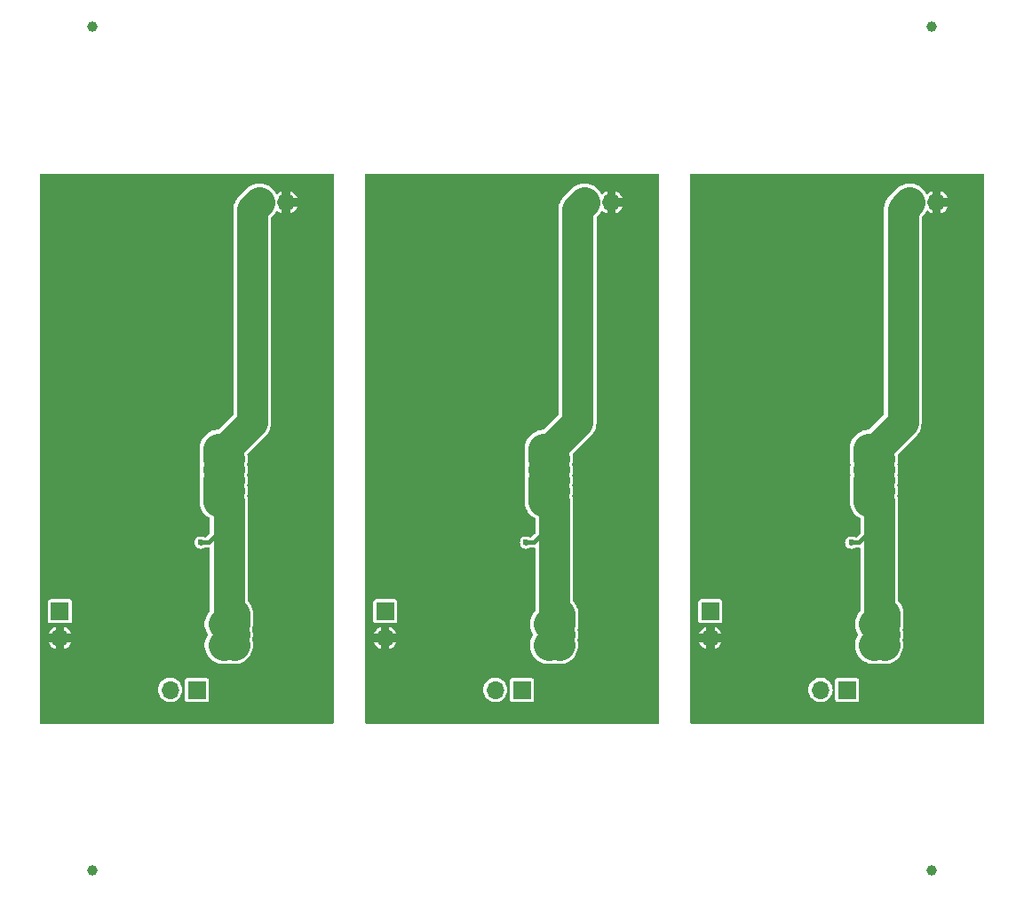
<source format=gbl>
G04 #@! TF.GenerationSoftware,KiCad,Pcbnew,8.0.0*
G04 #@! TF.CreationDate,2024-02-29T15:25:12+11:00*
G04 #@! TF.ProjectId,panel,70616e65-6c2e-46b6-9963-61645f706362,rev?*
G04 #@! TF.SameCoordinates,Original*
G04 #@! TF.FileFunction,Copper,L2,Bot*
G04 #@! TF.FilePolarity,Positive*
%FSLAX46Y46*%
G04 Gerber Fmt 4.6, Leading zero omitted, Abs format (unit mm)*
G04 Created by KiCad (PCBNEW 8.0.0) date 2024-02-29 15:25:12*
%MOMM*%
%LPD*%
G01*
G04 APERTURE LIST*
G04 #@! TA.AperFunction,ComponentPad*
%ADD10R,1.700000X1.700000*%
G04 #@! TD*
G04 #@! TA.AperFunction,ComponentPad*
%ADD11O,1.700000X1.700000*%
G04 #@! TD*
G04 #@! TA.AperFunction,SMDPad,CuDef*
%ADD12C,1.000000*%
G04 #@! TD*
G04 #@! TA.AperFunction,ViaPad*
%ADD13C,0.800000*%
G04 #@! TD*
G04 #@! TA.AperFunction,ViaPad*
%ADD14C,0.600000*%
G04 #@! TD*
G04 #@! TA.AperFunction,Conductor*
%ADD15C,3.000000*%
G04 #@! TD*
G04 #@! TA.AperFunction,Conductor*
%ADD16C,0.381000*%
G04 #@! TD*
G04 APERTURE END LIST*
D10*
G04 #@! TO.P,J3,1,Pin_1*
G04 #@! TO.N,Board_2-SHDN*
X63900000Y-58764500D03*
D11*
G04 #@! TO.P,J3,2,Pin_2*
G04 #@! TO.N,Board_2-GND*
X63900000Y-61304500D03*
G04 #@! TD*
D10*
G04 #@! TO.P,J3,1,Pin_1*
G04 #@! TO.N,Board_0-SHDN*
X1900000Y-58764500D03*
D11*
G04 #@! TO.P,J3,2,Pin_2*
G04 #@! TO.N,Board_0-GND*
X1900000Y-61304500D03*
G04 #@! TD*
D10*
G04 #@! TO.P,J2,1,Pin_1*
G04 #@! TO.N,Board_2-LED+*
X76945000Y-66269500D03*
D11*
G04 #@! TO.P,J2,2,Pin_2*
G04 #@! TO.N,Board_2-LED-*
X74405000Y-66269500D03*
G04 #@! TD*
D10*
G04 #@! TO.P,J2,1,Pin_1*
G04 #@! TO.N,Board_1-LED+*
X45945000Y-66269500D03*
D11*
G04 #@! TO.P,J2,2,Pin_2*
G04 #@! TO.N,Board_1-LED-*
X43405000Y-66269500D03*
G04 #@! TD*
D10*
G04 #@! TO.P,J1,1,Pin_1*
G04 #@! TO.N,Board_0-VBUS*
X20925000Y-19749500D03*
D11*
G04 #@! TO.P,J1,2,Pin_2*
G04 #@! TO.N,Board_0-GND*
X23465000Y-19749500D03*
G04 #@! TD*
D10*
G04 #@! TO.P,J2,1,Pin_1*
G04 #@! TO.N,Board_0-LED+*
X14945000Y-66269500D03*
D11*
G04 #@! TO.P,J2,2,Pin_2*
G04 #@! TO.N,Board_0-LED-*
X12405000Y-66269500D03*
G04 #@! TD*
D10*
G04 #@! TO.P,J1,1,Pin_1*
G04 #@! TO.N,Board_2-VBUS*
X82925000Y-19749500D03*
D11*
G04 #@! TO.P,J1,2,Pin_2*
G04 #@! TO.N,Board_2-GND*
X85465000Y-19749500D03*
G04 #@! TD*
D10*
G04 #@! TO.P,J3,1,Pin_1*
G04 #@! TO.N,Board_1-SHDN*
X32900000Y-58764500D03*
D11*
G04 #@! TO.P,J3,2,Pin_2*
G04 #@! TO.N,Board_1-GND*
X32900000Y-61304500D03*
G04 #@! TD*
D10*
G04 #@! TO.P,J1,1,Pin_1*
G04 #@! TO.N,Board_1-VBUS*
X51925000Y-19749500D03*
D11*
G04 #@! TO.P,J1,2,Pin_2*
G04 #@! TO.N,Board_1-GND*
X54465000Y-19749500D03*
G04 #@! TD*
D12*
G04 #@! TO.P,KiKit_FID_B_1,*
G04 #@! TO.N,*
X5000000Y-3000000D03*
G04 #@! TD*
G04 #@! TO.P,KiKit_FID_B_2,*
G04 #@! TO.N,*
X85000000Y-3000000D03*
G04 #@! TD*
G04 #@! TO.P,KiKit_FID_B_3,*
G04 #@! TO.N,*
X5000000Y-83499500D03*
G04 #@! TD*
G04 #@! TO.P,KiKit_FID_B_4,*
G04 #@! TO.N,*
X85000000Y-83499500D03*
G04 #@! TD*
D13*
G04 #@! TO.N,Board_0-GND*
X5000000Y-32249500D03*
X3000000Y-36249500D03*
X12500000Y-22249500D03*
X17500000Y-33249500D03*
X10750000Y-43249500D03*
D14*
X22500000Y-33249500D03*
D13*
X23500000Y-57999500D03*
X21750000Y-63749500D03*
X3000000Y-40249500D03*
X24500000Y-26249500D03*
D14*
X10370000Y-61439500D03*
D13*
X17500000Y-38249500D03*
X23500000Y-26249500D03*
D14*
X11870000Y-58359500D03*
D13*
X12750000Y-43249500D03*
X23500000Y-55999500D03*
X24500000Y-25249500D03*
X14500000Y-31249500D03*
X15500000Y-25249500D03*
X5500000Y-31249500D03*
X20750000Y-63749500D03*
D14*
X1880000Y-62759500D03*
D13*
X3000000Y-42249500D03*
X15500000Y-35249500D03*
D14*
X22500000Y-32249500D03*
D13*
X5500000Y-46749500D03*
X6250000Y-55999500D03*
X11750000Y-43249500D03*
X16500000Y-35249500D03*
D14*
X23500000Y-37749500D03*
D13*
X16500000Y-34249500D03*
X15500000Y-30249500D03*
D14*
X10330000Y-59019500D03*
D13*
X23500000Y-30249500D03*
X3500000Y-29249500D03*
X3000000Y-43249500D03*
X5500000Y-19249500D03*
X2500000Y-68249500D03*
X22250000Y-53749500D03*
X22250000Y-54749500D03*
X8750000Y-43249500D03*
X23500000Y-18249500D03*
X23500000Y-25249500D03*
X9000000Y-55749500D03*
X14750000Y-43249500D03*
X1500000Y-68249500D03*
D14*
X22500000Y-35249500D03*
D13*
X17500000Y-30249500D03*
X14750000Y-44249500D03*
X17500000Y-35249500D03*
X22250000Y-52749500D03*
X15500000Y-31249500D03*
X22500000Y-58499500D03*
X15750000Y-53999500D03*
X3500000Y-68249500D03*
X23750000Y-62749500D03*
X15500000Y-32249500D03*
X3500000Y-31249500D03*
X23750000Y-61749500D03*
X8750000Y-45249500D03*
X13750000Y-43249500D03*
X23750000Y-59749500D03*
X23500000Y-24249500D03*
X4500000Y-31249500D03*
X17500000Y-25249500D03*
X17500000Y-36249500D03*
X22500000Y-31249500D03*
X23750000Y-60749500D03*
X21000000Y-58499500D03*
X15500000Y-26249500D03*
X9750000Y-43249500D03*
X23750000Y-63749500D03*
D14*
X8770000Y-61449500D03*
D13*
X3000000Y-35249500D03*
X14500000Y-22249500D03*
X11500000Y-22249500D03*
X14500000Y-63749500D03*
X23500000Y-27249500D03*
X23500000Y-29249500D03*
D14*
X5500000Y-62249500D03*
D13*
X4750000Y-43249500D03*
X3500000Y-19249500D03*
X20250000Y-54749500D03*
X15500000Y-29249500D03*
X9000000Y-53499500D03*
X11000000Y-54249500D03*
X8750000Y-46249500D03*
X13750000Y-55249500D03*
X9750000Y-47249500D03*
X8750000Y-44249500D03*
X9750000Y-46249500D03*
D14*
X7130000Y-62299500D03*
D13*
X3000000Y-38249500D03*
X5500000Y-44749500D03*
X15500000Y-33249500D03*
X16500000Y-29249500D03*
X24500000Y-31249500D03*
X23500000Y-49999500D03*
X15500000Y-28249500D03*
X20250000Y-53749500D03*
D14*
X22500000Y-36249500D03*
D13*
X22750000Y-63749500D03*
X23500000Y-31249500D03*
X12000000Y-55749500D03*
X15500000Y-27249500D03*
X15750000Y-54999500D03*
X13500000Y-30249500D03*
X24500000Y-28249500D03*
X9500000Y-22249500D03*
X5500000Y-47749500D03*
X14500000Y-30249500D03*
X3000000Y-34249500D03*
X16500000Y-26249500D03*
D14*
X22500000Y-34249500D03*
D13*
X13500000Y-22249500D03*
X7750000Y-43249500D03*
X3000000Y-39249500D03*
X23500000Y-51999500D03*
X6500000Y-22249500D03*
D14*
X22500000Y-37249500D03*
D13*
X3500000Y-30249500D03*
X3500000Y-32249500D03*
X22500000Y-28249500D03*
X23500000Y-56999500D03*
X16500000Y-33249500D03*
X3500000Y-23249500D03*
D14*
X12870000Y-56829500D03*
D13*
X22500000Y-30249500D03*
X7500000Y-22249500D03*
X9750000Y-48249500D03*
X17500000Y-24249500D03*
X23500000Y-28249500D03*
X3000000Y-33249500D03*
X5500000Y-48749500D03*
X3500000Y-27249500D03*
X24500000Y-27249500D03*
X17500000Y-31249500D03*
X8000000Y-53499500D03*
D14*
X15120000Y-56939500D03*
D13*
X8500000Y-22249500D03*
X24500000Y-30249500D03*
X8000000Y-55749500D03*
X15500000Y-24249500D03*
X4500000Y-19249500D03*
X14750000Y-59749500D03*
X12000000Y-54749500D03*
X3500000Y-24249500D03*
X16500000Y-36249500D03*
X14750000Y-55249500D03*
X15500000Y-36249500D03*
X9000000Y-54499500D03*
X3500000Y-20249500D03*
X5750000Y-43249500D03*
X10000000Y-53499500D03*
X3500000Y-28249500D03*
X20250000Y-52749500D03*
X1500000Y-51249500D03*
X23500000Y-53999500D03*
X3000000Y-37249500D03*
X9750000Y-44249500D03*
X1500000Y-52249500D03*
X15500000Y-23249500D03*
X3500000Y-26249500D03*
X8750000Y-47249500D03*
X13750000Y-44249500D03*
X13500000Y-31249500D03*
X9750000Y-45249500D03*
X3500000Y-21249500D03*
X16500000Y-25249500D03*
X6750000Y-43249500D03*
D14*
X3640000Y-61479500D03*
D13*
X24500000Y-29249500D03*
X15500000Y-34249500D03*
X10750000Y-44249500D03*
X16500000Y-30249500D03*
X22500000Y-29249500D03*
X23500000Y-50999500D03*
X17500000Y-34249500D03*
X12750000Y-55249500D03*
X11000000Y-55749500D03*
X17500000Y-29249500D03*
X23500000Y-52999500D03*
X17500000Y-26249500D03*
X3500000Y-25249500D03*
X15500000Y-22249500D03*
X17500000Y-37249500D03*
X5500000Y-45749500D03*
X23500000Y-54999500D03*
X3500000Y-22249500D03*
X16500000Y-31249500D03*
D14*
X15870000Y-58339500D03*
D13*
X23500000Y-21249500D03*
X6250000Y-54999500D03*
X6000000Y-49749500D03*
X10500000Y-22249500D03*
X3000000Y-41249500D03*
X8000000Y-54499500D03*
G04 #@! TO.N,Board_0-VBUS*
X17000000Y-46249500D03*
X18500000Y-60999500D03*
X17000000Y-45249500D03*
X18000000Y-48249500D03*
D14*
X15350000Y-52209000D03*
D13*
X18000000Y-47249500D03*
X18500000Y-59999500D03*
X17000000Y-43249500D03*
X17000000Y-47249500D03*
X17500000Y-60999500D03*
X18000000Y-43249500D03*
X17500000Y-61999500D03*
X17000000Y-44249500D03*
X18000000Y-45249500D03*
X17500000Y-59999500D03*
X18000000Y-44249500D03*
X18000000Y-46249500D03*
X17000000Y-48249500D03*
X18500000Y-61999500D03*
G04 #@! TO.N,Board_1-GND*
X47500000Y-26249500D03*
X47500000Y-25249500D03*
X34500000Y-32249500D03*
X47500000Y-35249500D03*
X54500000Y-57999500D03*
X54500000Y-49999500D03*
X44750000Y-43249500D03*
X46500000Y-28249500D03*
X53250000Y-53749500D03*
X43000000Y-54749500D03*
X40500000Y-22249500D03*
X54500000Y-50999500D03*
X55500000Y-26249500D03*
X41750000Y-44249500D03*
X53250000Y-52749500D03*
X54500000Y-24249500D03*
X40000000Y-53499500D03*
X53500000Y-58499500D03*
X35500000Y-19249500D03*
X46500000Y-24249500D03*
X42000000Y-55749500D03*
X46500000Y-22249500D03*
X37500000Y-22249500D03*
X34500000Y-27249500D03*
X34000000Y-43249500D03*
D14*
X42870000Y-58359500D03*
D13*
X48500000Y-38249500D03*
X44500000Y-30249500D03*
X55500000Y-30249500D03*
X54500000Y-31249500D03*
X55500000Y-29249500D03*
X51250000Y-54749500D03*
X34500000Y-23249500D03*
X36000000Y-32249500D03*
X32500000Y-51249500D03*
X54500000Y-51999500D03*
X34000000Y-34249500D03*
X46500000Y-34249500D03*
X34000000Y-42249500D03*
X43750000Y-55249500D03*
X34000000Y-36249500D03*
X53500000Y-30249500D03*
X40750000Y-45249500D03*
X34500000Y-28249500D03*
X45500000Y-31249500D03*
X48500000Y-26249500D03*
X39750000Y-43249500D03*
X41750000Y-43249500D03*
X53250000Y-54749500D03*
X40750000Y-43249500D03*
X34500000Y-20249500D03*
X48500000Y-33249500D03*
X35750000Y-43249500D03*
D14*
X32880000Y-62759500D03*
D13*
X54500000Y-26249500D03*
X36500000Y-31249500D03*
X34500000Y-25249500D03*
X54750000Y-62749500D03*
X34000000Y-40249500D03*
X53500000Y-31249500D03*
X45750000Y-43249500D03*
X55500000Y-25249500D03*
D14*
X53500000Y-35249500D03*
D13*
X46500000Y-31249500D03*
X42000000Y-54249500D03*
X46500000Y-25249500D03*
X39750000Y-44249500D03*
X34500000Y-21249500D03*
X32500000Y-52249500D03*
X46500000Y-36249500D03*
X34500000Y-31249500D03*
X36500000Y-44749500D03*
X35500000Y-31249500D03*
X44500000Y-22249500D03*
D14*
X53500000Y-32249500D03*
X53500000Y-34249500D03*
D13*
X40750000Y-44249500D03*
X44750000Y-55249500D03*
X37250000Y-55999500D03*
X41500000Y-22249500D03*
X42500000Y-22249500D03*
X34000000Y-39249500D03*
X34500000Y-19249500D03*
X46500000Y-23249500D03*
X54500000Y-29249500D03*
X53500000Y-28249500D03*
X42750000Y-43249500D03*
X54500000Y-52999500D03*
X46500000Y-32249500D03*
X51750000Y-63749500D03*
D14*
X41370000Y-61439500D03*
D13*
X39000000Y-55749500D03*
X39750000Y-47249500D03*
X34500000Y-24249500D03*
X34500000Y-26249500D03*
X40000000Y-54499500D03*
X47500000Y-34249500D03*
X37750000Y-43249500D03*
X36500000Y-19249500D03*
X40750000Y-47249500D03*
X55500000Y-31249500D03*
X33500000Y-68249500D03*
X36500000Y-48749500D03*
D14*
X53500000Y-37249500D03*
D13*
X45750000Y-55249500D03*
X54750000Y-63749500D03*
X44500000Y-31249500D03*
X52750000Y-63749500D03*
X43000000Y-55749500D03*
X51250000Y-53749500D03*
X37250000Y-54999500D03*
X54500000Y-28249500D03*
X38750000Y-43249500D03*
X39750000Y-46249500D03*
X41000000Y-53499500D03*
X34000000Y-33249500D03*
X46500000Y-27249500D03*
X39000000Y-54499500D03*
X54500000Y-53999500D03*
X34000000Y-38249500D03*
X45750000Y-44249500D03*
D14*
X39770000Y-61449500D03*
D13*
X52000000Y-58499500D03*
X36500000Y-47749500D03*
D14*
X36500000Y-62249500D03*
D13*
X32500000Y-68249500D03*
D14*
X46120000Y-56939500D03*
D13*
X54500000Y-18249500D03*
X37000000Y-49749500D03*
X40750000Y-46249500D03*
X39000000Y-53499500D03*
X54500000Y-55999500D03*
X34000000Y-41249500D03*
X47500000Y-30249500D03*
X54750000Y-61749500D03*
X34000000Y-35249500D03*
D14*
X54500000Y-37749500D03*
D13*
X47500000Y-36249500D03*
X54500000Y-25249500D03*
X46500000Y-30249500D03*
X34500000Y-68249500D03*
X34500000Y-22249500D03*
X48500000Y-24249500D03*
X34500000Y-29249500D03*
X38500000Y-22249500D03*
X54500000Y-27249500D03*
X45500000Y-22249500D03*
X48500000Y-30249500D03*
X36500000Y-45749500D03*
X48500000Y-34249500D03*
X40750000Y-48249500D03*
X54500000Y-30249500D03*
X46500000Y-29249500D03*
X34000000Y-37249500D03*
X36750000Y-43249500D03*
D14*
X53500000Y-33249500D03*
D13*
X45500000Y-30249500D03*
D14*
X53500000Y-36249500D03*
D13*
X54500000Y-54999500D03*
D14*
X38130000Y-62299500D03*
D13*
X53500000Y-29249500D03*
X43750000Y-43249500D03*
X45750000Y-59749500D03*
X54750000Y-60749500D03*
X47500000Y-29249500D03*
X48500000Y-35249500D03*
D14*
X41330000Y-59019500D03*
D13*
X55500000Y-28249500D03*
X48500000Y-37249500D03*
X48500000Y-25249500D03*
X51250000Y-52749500D03*
X43500000Y-22249500D03*
X36500000Y-46749500D03*
X34500000Y-30249500D03*
X54500000Y-21249500D03*
X54500000Y-56999500D03*
X53750000Y-63749500D03*
D14*
X43870000Y-56829500D03*
D13*
X47500000Y-31249500D03*
D14*
X34640000Y-61479500D03*
D13*
X46750000Y-54999500D03*
X48500000Y-31249500D03*
X44750000Y-44249500D03*
X39750000Y-45249500D03*
X39500000Y-22249500D03*
X46750000Y-53999500D03*
X46500000Y-26249500D03*
X48500000Y-36249500D03*
X48500000Y-29249500D03*
D14*
X46870000Y-58339500D03*
D13*
X46500000Y-35249500D03*
X54750000Y-59749500D03*
X45500000Y-63749500D03*
X55500000Y-27249500D03*
X47500000Y-33249500D03*
X46500000Y-33249500D03*
X40000000Y-55749500D03*
G04 #@! TO.N,Board_1-VBUS*
X49000000Y-48249500D03*
X48000000Y-48249500D03*
X49000000Y-47249500D03*
X48500000Y-60999500D03*
X49500000Y-59999500D03*
X48000000Y-46249500D03*
X49000000Y-45249500D03*
X49500000Y-61999500D03*
X48500000Y-59999500D03*
D14*
X46350000Y-52209000D03*
D13*
X49500000Y-60999500D03*
X48000000Y-43249500D03*
X49000000Y-44249500D03*
X48000000Y-47249500D03*
X49000000Y-43249500D03*
X48500000Y-61999500D03*
X48000000Y-45249500D03*
X48000000Y-44249500D03*
X49000000Y-46249500D03*
D14*
G04 #@! TO.N,Board_2-GND*
X84500000Y-36249500D03*
D13*
X85500000Y-50999500D03*
X76500000Y-31249500D03*
D14*
X84500000Y-32249500D03*
D13*
X76750000Y-44249500D03*
X75750000Y-55249500D03*
X83750000Y-63749500D03*
X85500000Y-29249500D03*
X72000000Y-53499500D03*
X65000000Y-37249500D03*
X83000000Y-58499500D03*
X71000000Y-55749500D03*
X77500000Y-34249500D03*
X79500000Y-37249500D03*
X67500000Y-45749500D03*
X76500000Y-30249500D03*
X86500000Y-26249500D03*
X74750000Y-43249500D03*
X77750000Y-53999500D03*
X85500000Y-56999500D03*
D14*
X67500000Y-62249500D03*
D13*
X85500000Y-53999500D03*
X64500000Y-68249500D03*
X73750000Y-43249500D03*
X69500000Y-22249500D03*
X86500000Y-31249500D03*
X71750000Y-45249500D03*
D14*
X84500000Y-37249500D03*
X70770000Y-61449500D03*
D13*
X79500000Y-33249500D03*
D14*
X72370000Y-61439500D03*
D13*
X85750000Y-62749500D03*
X71750000Y-47249500D03*
X85500000Y-27249500D03*
X84500000Y-28249500D03*
X84250000Y-52749500D03*
X67500000Y-46749500D03*
X78500000Y-30249500D03*
X72750000Y-43249500D03*
X79500000Y-24249500D03*
D14*
X74870000Y-56829500D03*
D13*
X86500000Y-30249500D03*
X65500000Y-23249500D03*
X86500000Y-25249500D03*
X68750000Y-43249500D03*
X79500000Y-26249500D03*
X63500000Y-68249500D03*
X65500000Y-32249500D03*
X66750000Y-43249500D03*
X74000000Y-54749500D03*
X85750000Y-63749500D03*
D14*
X73870000Y-58359500D03*
D13*
X84250000Y-54749500D03*
D14*
X85500000Y-37749500D03*
D13*
X65500000Y-29249500D03*
X73500000Y-22249500D03*
X79500000Y-36249500D03*
X65500000Y-24249500D03*
X67750000Y-43249500D03*
X76500000Y-22249500D03*
X79500000Y-35249500D03*
X65000000Y-34249500D03*
X77500000Y-36249500D03*
X85500000Y-55999500D03*
X65000000Y-40249500D03*
X82250000Y-53749500D03*
X85500000Y-57999500D03*
X79500000Y-34249500D03*
X73000000Y-55749500D03*
X75500000Y-31249500D03*
X68250000Y-54999500D03*
X65500000Y-19249500D03*
X65000000Y-38249500D03*
X82250000Y-52749500D03*
X84500000Y-30249500D03*
X86500000Y-27249500D03*
X65500000Y-27249500D03*
X85500000Y-24249500D03*
X86500000Y-29249500D03*
X85500000Y-26249500D03*
X71750000Y-44249500D03*
X85500000Y-31249500D03*
X85750000Y-60749500D03*
X78500000Y-36249500D03*
X65500000Y-68249500D03*
X70750000Y-47249500D03*
X63500000Y-51249500D03*
X85500000Y-54999500D03*
X74500000Y-22249500D03*
X67500000Y-44749500D03*
X77500000Y-25249500D03*
D14*
X84500000Y-34249500D03*
D13*
X76750000Y-55249500D03*
X70000000Y-53499500D03*
X79500000Y-31249500D03*
X65000000Y-41249500D03*
X70000000Y-54499500D03*
X76750000Y-59749500D03*
X65500000Y-26249500D03*
X70500000Y-22249500D03*
X77500000Y-24249500D03*
X70750000Y-46249500D03*
X84500000Y-31249500D03*
X65500000Y-20249500D03*
X67500000Y-19249500D03*
X72500000Y-22249500D03*
X70750000Y-45249500D03*
X65000000Y-42249500D03*
X77500000Y-35249500D03*
X78500000Y-35249500D03*
X82750000Y-63749500D03*
X75750000Y-43249500D03*
X78500000Y-33249500D03*
X85500000Y-49999500D03*
X67500000Y-47749500D03*
X67500000Y-31249500D03*
D14*
X77120000Y-56939500D03*
D13*
X79500000Y-30249500D03*
X77500000Y-29249500D03*
X84250000Y-53749500D03*
X77500000Y-30249500D03*
X69750000Y-43249500D03*
X77500000Y-33249500D03*
X65000000Y-39249500D03*
X84500000Y-29249500D03*
X73000000Y-54249500D03*
X66500000Y-19249500D03*
X79500000Y-29249500D03*
X76750000Y-43249500D03*
X68250000Y-55999500D03*
X74750000Y-55249500D03*
X71750000Y-46249500D03*
D14*
X84500000Y-35249500D03*
D13*
X68500000Y-22249500D03*
X82250000Y-54749500D03*
X77500000Y-23249500D03*
X75500000Y-30249500D03*
X65500000Y-25249500D03*
X85500000Y-18249500D03*
X65000000Y-33249500D03*
X71000000Y-53499500D03*
X85500000Y-28249500D03*
X75750000Y-44249500D03*
D14*
X77870000Y-58339500D03*
D13*
X63500000Y-52249500D03*
X65000000Y-36249500D03*
X71500000Y-22249500D03*
X85500000Y-30249500D03*
X77500000Y-27249500D03*
X85500000Y-21249500D03*
X65500000Y-22249500D03*
X77500000Y-32249500D03*
X70750000Y-44249500D03*
X75500000Y-22249500D03*
X84500000Y-58499500D03*
D14*
X72330000Y-59019500D03*
D13*
X86500000Y-28249500D03*
X79500000Y-38249500D03*
X77500000Y-28249500D03*
X79500000Y-25249500D03*
D14*
X63880000Y-62759500D03*
D13*
X78500000Y-29249500D03*
X71750000Y-48249500D03*
X67000000Y-32249500D03*
X77500000Y-26249500D03*
X71750000Y-43249500D03*
D14*
X84500000Y-33249500D03*
D13*
X77500000Y-31249500D03*
X78500000Y-34249500D03*
X65500000Y-28249500D03*
X78500000Y-25249500D03*
D14*
X69130000Y-62299500D03*
D13*
X78500000Y-26249500D03*
X70750000Y-43249500D03*
X85750000Y-61749500D03*
X71000000Y-54499500D03*
X67500000Y-48749500D03*
X85750000Y-59749500D03*
X77500000Y-22249500D03*
X66500000Y-31249500D03*
X76500000Y-63749500D03*
X72750000Y-44249500D03*
X85500000Y-25249500D03*
X65500000Y-30249500D03*
D14*
X65640000Y-61479500D03*
D13*
X74000000Y-55749500D03*
X65000000Y-43249500D03*
X68000000Y-49749500D03*
X84750000Y-63749500D03*
X85500000Y-52999500D03*
X65500000Y-21249500D03*
X78500000Y-31249500D03*
X65000000Y-35249500D03*
X65500000Y-31249500D03*
X85500000Y-51999500D03*
X70000000Y-55749500D03*
X77750000Y-54999500D03*
G04 #@! TO.N,Board_2-VBUS*
X80500000Y-59999500D03*
X79000000Y-46249500D03*
X79000000Y-43249500D03*
X79000000Y-47249500D03*
X79000000Y-44249500D03*
X79500000Y-61999500D03*
X79000000Y-45249500D03*
D14*
X77350000Y-52209000D03*
D13*
X79500000Y-60999500D03*
X80000000Y-46249500D03*
X80500000Y-60999500D03*
X80000000Y-43249500D03*
X79000000Y-48249500D03*
X79500000Y-59999500D03*
X80000000Y-48249500D03*
X80000000Y-47249500D03*
X80000000Y-44249500D03*
X80500000Y-61999500D03*
X80000000Y-45249500D03*
G04 #@! TD*
D15*
G04 #@! TO.N,Board_0-VBUS*
X17750000Y-43249500D02*
X17830000Y-43169500D01*
X17770000Y-46069500D02*
X17750000Y-46049500D01*
X17000000Y-46249500D02*
X18000000Y-46249500D01*
X17500000Y-59999500D02*
X18500000Y-59999500D01*
X17000000Y-44249500D02*
X17000000Y-43249500D01*
X17000000Y-47249500D02*
X17000000Y-46249500D01*
X17750000Y-46999500D02*
X18000000Y-47249500D01*
X17890000Y-43109500D02*
X20250000Y-40749500D01*
X17770000Y-48559500D02*
X17000000Y-48249500D01*
X18000000Y-46249500D02*
X17770000Y-46069500D01*
X17750000Y-46049500D02*
X18000000Y-45249500D01*
X17000000Y-48249500D02*
X17000000Y-47249500D01*
X17750000Y-46749500D02*
X17750000Y-46999500D01*
X18500000Y-60999500D02*
X17500000Y-61999500D01*
X17750000Y-48499500D02*
X17750000Y-48539500D01*
X17750000Y-47499500D02*
X17750000Y-47999500D01*
X17000000Y-45249500D02*
X17750000Y-45039500D01*
X17500000Y-59999500D02*
X18000000Y-60499500D01*
X18000000Y-48249500D02*
X18000000Y-59499500D01*
D16*
X16040500Y-52209000D02*
X17770000Y-50479500D01*
D15*
X18000000Y-48249500D02*
X17750000Y-48499500D01*
X17830000Y-43169500D02*
X17830000Y-43109500D01*
D16*
X15350000Y-52209000D02*
X16040500Y-52209000D01*
D15*
X18000000Y-43249500D02*
X17890000Y-43109500D01*
X18000000Y-59499500D02*
X17500000Y-59999500D01*
X17830000Y-43109500D02*
X18000000Y-43249500D01*
X17750000Y-48539500D02*
X17770000Y-48559500D01*
D16*
X15350000Y-52209000D02*
X15330000Y-52229000D01*
D15*
X18000000Y-45249500D02*
X17000000Y-45249500D01*
D16*
X17770000Y-50479500D02*
X17770000Y-48559500D01*
D15*
X18000000Y-47249500D02*
X17750000Y-47499500D01*
X18500000Y-59999500D02*
X18500000Y-58999500D01*
X17790000Y-44999500D02*
X17750000Y-44959500D01*
X20250000Y-40749500D02*
X20250000Y-20414500D01*
X18500000Y-61999500D02*
X18000000Y-61749500D01*
X18000000Y-44249500D02*
X17000000Y-44249500D01*
X17000000Y-43249500D02*
X17750000Y-43249500D01*
X20250000Y-20414500D02*
X20915000Y-19749500D01*
X18000000Y-60499500D02*
X18500000Y-60999500D01*
X17750000Y-47999500D02*
X18000000Y-48249500D01*
X17750000Y-44959500D02*
X18000000Y-44249500D01*
X18500000Y-58999500D02*
X17500000Y-59999500D01*
X17750000Y-45039500D02*
X17790000Y-44999500D01*
G04 #@! TO.N,Board_1-VBUS*
X49000000Y-45249500D02*
X48000000Y-45249500D01*
X49000000Y-43249500D02*
X48890000Y-43109500D01*
X48000000Y-44249500D02*
X48000000Y-43249500D01*
X48500000Y-59999500D02*
X49500000Y-59999500D01*
X49000000Y-44249500D02*
X48000000Y-44249500D01*
D16*
X48770000Y-50479500D02*
X48770000Y-48559500D01*
D15*
X48750000Y-43249500D02*
X48830000Y-43169500D01*
X48750000Y-45039500D02*
X48790000Y-44999500D01*
X51250000Y-40749500D02*
X51250000Y-20414500D01*
X48830000Y-43169500D02*
X48830000Y-43109500D01*
X48000000Y-47249500D02*
X48000000Y-46249500D01*
X48750000Y-47499500D02*
X48750000Y-47999500D01*
D16*
X47040500Y-52209000D02*
X48770000Y-50479500D01*
D15*
X48790000Y-44999500D02*
X48750000Y-44959500D01*
X49500000Y-58999500D02*
X48500000Y-59999500D01*
X51250000Y-20414500D02*
X51915000Y-19749500D01*
X49000000Y-47249500D02*
X48750000Y-47499500D01*
X48830000Y-43109500D02*
X49000000Y-43249500D01*
X48750000Y-47999500D02*
X49000000Y-48249500D01*
X48000000Y-46249500D02*
X49000000Y-46249500D01*
X48500000Y-59999500D02*
X49000000Y-60499500D01*
D16*
X46350000Y-52209000D02*
X47040500Y-52209000D01*
D15*
X49000000Y-46249500D02*
X48770000Y-46069500D01*
X48750000Y-48499500D02*
X48750000Y-48539500D01*
X49500000Y-61999500D02*
X49000000Y-61749500D01*
X48750000Y-48539500D02*
X48770000Y-48559500D01*
X48750000Y-46749500D02*
X48750000Y-46999500D01*
X49500000Y-60999500D02*
X48500000Y-61999500D01*
X48770000Y-46069500D02*
X48750000Y-46049500D01*
X49000000Y-48249500D02*
X49000000Y-59499500D01*
X48000000Y-48249500D02*
X48000000Y-47249500D01*
X48750000Y-44959500D02*
X49000000Y-44249500D01*
X48000000Y-45249500D02*
X48750000Y-45039500D01*
X49000000Y-59499500D02*
X48500000Y-59999500D01*
X48890000Y-43109500D02*
X51250000Y-40749500D01*
X48750000Y-46049500D02*
X49000000Y-45249500D01*
D16*
X46350000Y-52209000D02*
X46330000Y-52229000D01*
D15*
X49500000Y-59999500D02*
X49500000Y-58999500D01*
X49000000Y-48249500D02*
X48750000Y-48499500D01*
X48750000Y-46999500D02*
X49000000Y-47249500D01*
X48770000Y-48559500D02*
X48000000Y-48249500D01*
X49000000Y-60499500D02*
X49500000Y-60999500D01*
X48000000Y-43249500D02*
X48750000Y-43249500D01*
G04 #@! TO.N,Board_2-VBUS*
X79750000Y-44959500D02*
X80000000Y-44249500D01*
X80500000Y-60999500D02*
X79500000Y-61999500D01*
X80500000Y-61999500D02*
X80000000Y-61749500D01*
X79750000Y-47499500D02*
X79750000Y-47999500D01*
X79830000Y-43109500D02*
X80000000Y-43249500D01*
X79750000Y-45039500D02*
X79790000Y-44999500D01*
X80000000Y-48249500D02*
X80000000Y-59499500D01*
X79000000Y-43249500D02*
X79750000Y-43249500D01*
D16*
X79770000Y-50479500D02*
X79770000Y-48559500D01*
D15*
X79750000Y-43249500D02*
X79830000Y-43169500D01*
X79750000Y-48499500D02*
X79750000Y-48539500D01*
X79750000Y-47999500D02*
X80000000Y-48249500D01*
X79000000Y-47249500D02*
X79000000Y-46249500D01*
X79790000Y-44999500D02*
X79750000Y-44959500D01*
X79000000Y-46249500D02*
X80000000Y-46249500D01*
X80000000Y-48249500D02*
X79750000Y-48499500D01*
X79750000Y-46749500D02*
X79750000Y-46999500D01*
X80500000Y-58999500D02*
X79500000Y-59999500D01*
X79000000Y-48249500D02*
X79000000Y-47249500D01*
X80000000Y-44249500D02*
X79000000Y-44249500D01*
X80000000Y-43249500D02*
X79890000Y-43109500D01*
X80000000Y-46249500D02*
X79770000Y-46069500D01*
X79770000Y-48559500D02*
X79000000Y-48249500D01*
X79500000Y-59999500D02*
X80000000Y-60499500D01*
X79770000Y-46069500D02*
X79750000Y-46049500D01*
D16*
X77350000Y-52209000D02*
X78040500Y-52209000D01*
D15*
X79750000Y-46999500D02*
X80000000Y-47249500D01*
X79000000Y-45249500D02*
X79750000Y-45039500D01*
D16*
X77350000Y-52209000D02*
X77330000Y-52229000D01*
D15*
X82250000Y-20414500D02*
X82915000Y-19749500D01*
X80000000Y-47249500D02*
X79750000Y-47499500D01*
X79500000Y-59999500D02*
X80500000Y-59999500D01*
D16*
X78040500Y-52209000D02*
X79770000Y-50479500D01*
D15*
X79750000Y-48539500D02*
X79770000Y-48559500D01*
X79890000Y-43109500D02*
X82250000Y-40749500D01*
X80000000Y-59499500D02*
X79500000Y-59999500D01*
X79000000Y-44249500D02*
X79000000Y-43249500D01*
X79830000Y-43169500D02*
X79830000Y-43109500D01*
X80500000Y-59999500D02*
X80500000Y-58999500D01*
X80000000Y-45249500D02*
X79000000Y-45249500D01*
X79750000Y-46049500D02*
X80000000Y-45249500D01*
X82250000Y-40749500D02*
X82250000Y-20414500D01*
X80000000Y-60499500D02*
X80500000Y-60999500D01*
G04 #@! TD*
G04 #@! TA.AperFunction,Conductor*
G04 #@! TO.N,Board_2-GND*
G36*
X89970755Y-17028745D02*
G01*
X89989500Y-17074000D01*
X89989500Y-69425000D01*
X89970755Y-69470255D01*
X89925500Y-69489000D01*
X62074500Y-69489000D01*
X62029245Y-69470255D01*
X62010500Y-69425000D01*
X62010500Y-66269500D01*
X73249571Y-66269500D01*
X73269244Y-66481810D01*
X73327595Y-66686889D01*
X73390516Y-66813252D01*
X73422632Y-66877752D01*
X73551127Y-67047906D01*
X73708694Y-67191549D01*
X73708696Y-67191550D01*
X73708698Y-67191552D01*
X73833247Y-67268670D01*
X73871354Y-67292265D01*
X73889981Y-67303798D01*
X73989391Y-67342309D01*
X74088804Y-67380822D01*
X74211983Y-67403847D01*
X74298390Y-67420000D01*
X74511610Y-67420000D01*
X74634791Y-67396973D01*
X74721195Y-67380822D01*
X74721198Y-67380821D01*
X74920019Y-67303798D01*
X75101302Y-67191552D01*
X75131132Y-67164358D01*
X75794500Y-67164358D01*
X75794501Y-67164367D01*
X75797415Y-67189493D01*
X75820104Y-67240878D01*
X75842794Y-67292265D01*
X75922235Y-67371706D01*
X76025009Y-67417085D01*
X76050135Y-67420000D01*
X77839864Y-67419999D01*
X77864991Y-67417085D01*
X77967765Y-67371706D01*
X78047206Y-67292265D01*
X78092585Y-67189491D01*
X78095500Y-67164365D01*
X78095499Y-65374636D01*
X78092585Y-65349509D01*
X78047206Y-65246735D01*
X77967765Y-65167294D01*
X77864991Y-65121915D01*
X77839865Y-65119000D01*
X77839863Y-65119000D01*
X76050141Y-65119000D01*
X76050132Y-65119001D01*
X76025006Y-65121915D01*
X75947928Y-65155949D01*
X75922235Y-65167294D01*
X75842794Y-65246735D01*
X75797415Y-65349509D01*
X75794500Y-65374635D01*
X75794500Y-67164358D01*
X75131132Y-67164358D01*
X75258872Y-67047907D01*
X75387366Y-66877755D01*
X75482405Y-66686889D01*
X75540756Y-66481810D01*
X75560429Y-66269500D01*
X75540756Y-66057190D01*
X75482405Y-65852111D01*
X75387366Y-65661245D01*
X75258872Y-65491093D01*
X75101305Y-65347450D01*
X74920020Y-65235202D01*
X74721195Y-65158177D01*
X74511612Y-65119000D01*
X74511610Y-65119000D01*
X74298390Y-65119000D01*
X74298387Y-65119000D01*
X74088804Y-65158177D01*
X73889979Y-65235202D01*
X73708694Y-65347450D01*
X73551127Y-65491093D01*
X73422632Y-65661247D01*
X73327594Y-65852114D01*
X73269244Y-66057188D01*
X73269244Y-66057190D01*
X73249571Y-66269500D01*
X62010500Y-66269500D01*
X62010500Y-61704500D01*
X62818167Y-61704500D01*
X62823062Y-61721704D01*
X62918059Y-61912488D01*
X63046498Y-62082568D01*
X63203997Y-62226149D01*
X63385203Y-62338347D01*
X63499999Y-62382819D01*
X63500000Y-62382819D01*
X63500000Y-61704500D01*
X62818167Y-61704500D01*
X62010500Y-61704500D01*
X62010500Y-61370326D01*
X63400000Y-61370326D01*
X63434075Y-61497493D01*
X63499901Y-61611507D01*
X63592993Y-61704599D01*
X63707007Y-61770425D01*
X63834174Y-61804500D01*
X63965826Y-61804500D01*
X64092993Y-61770425D01*
X64207007Y-61704599D01*
X64207106Y-61704500D01*
X64300000Y-61704500D01*
X64300000Y-62382819D01*
X64414796Y-62338347D01*
X64596002Y-62226149D01*
X64753501Y-62082568D01*
X64881940Y-61912488D01*
X64976937Y-61721704D01*
X64981833Y-61704500D01*
X64300000Y-61704500D01*
X64207106Y-61704500D01*
X64300099Y-61611507D01*
X64365925Y-61497493D01*
X64400000Y-61370326D01*
X64400000Y-61238674D01*
X64365925Y-61111507D01*
X64300099Y-60997493D01*
X64207007Y-60904401D01*
X64092993Y-60838575D01*
X63965826Y-60804500D01*
X63834174Y-60804500D01*
X63707007Y-60838575D01*
X63592993Y-60904401D01*
X63499901Y-60997493D01*
X63434075Y-61111507D01*
X63400000Y-61238674D01*
X63400000Y-61370326D01*
X62010500Y-61370326D01*
X62010500Y-60904500D01*
X62818167Y-60904500D01*
X63500000Y-60904500D01*
X63500000Y-60226180D01*
X63499999Y-60226179D01*
X64300000Y-60226179D01*
X64300000Y-60904500D01*
X64981832Y-60904500D01*
X64976937Y-60887295D01*
X64881940Y-60696511D01*
X64753501Y-60526431D01*
X64596002Y-60382850D01*
X64414796Y-60270652D01*
X64300000Y-60226179D01*
X63499999Y-60226179D01*
X63385203Y-60270652D01*
X63203997Y-60382850D01*
X63046498Y-60526431D01*
X62918059Y-60696511D01*
X62823062Y-60887295D01*
X62818167Y-60904500D01*
X62010500Y-60904500D01*
X62010500Y-59659358D01*
X62749500Y-59659358D01*
X62749501Y-59659367D01*
X62752415Y-59684493D01*
X62775104Y-59735878D01*
X62797794Y-59787265D01*
X62877235Y-59866706D01*
X62980009Y-59912085D01*
X63005135Y-59915000D01*
X64794864Y-59914999D01*
X64819991Y-59912085D01*
X64922765Y-59866706D01*
X65002206Y-59787265D01*
X65047585Y-59684491D01*
X65050500Y-59659365D01*
X65050499Y-57869636D01*
X65047585Y-57844509D01*
X65002206Y-57741735D01*
X64922765Y-57662294D01*
X64819991Y-57616915D01*
X64794865Y-57614000D01*
X64794863Y-57614000D01*
X63005141Y-57614000D01*
X63005132Y-57614001D01*
X62980006Y-57616915D01*
X62902928Y-57650949D01*
X62877235Y-57662294D01*
X62797794Y-57741735D01*
X62752415Y-57844509D01*
X62749500Y-57869635D01*
X62749500Y-59659358D01*
X62010500Y-59659358D01*
X62010500Y-52209003D01*
X76744318Y-52209003D01*
X76764954Y-52365757D01*
X76764957Y-52365766D01*
X76825462Y-52511837D01*
X76825464Y-52511841D01*
X76921718Y-52637282D01*
X77047159Y-52733536D01*
X77193238Y-52794044D01*
X77193239Y-52794044D01*
X77193242Y-52794045D01*
X77349996Y-52814682D01*
X77350000Y-52814682D01*
X77350004Y-52814682D01*
X77506757Y-52794045D01*
X77506758Y-52794044D01*
X77506762Y-52794044D01*
X77652841Y-52733536D01*
X77664427Y-52724645D01*
X77679312Y-52713225D01*
X77718272Y-52700000D01*
X78105139Y-52700000D01*
X78105142Y-52700000D01*
X78118934Y-52696304D01*
X78167499Y-52702697D01*
X78197319Y-52741557D01*
X78199500Y-52758123D01*
X78199500Y-58727199D01*
X78180755Y-58772453D01*
X78143415Y-58809793D01*
X78143407Y-58809802D01*
X77999726Y-58997051D01*
X77881712Y-59201457D01*
X77881711Y-59201457D01*
X77851338Y-59274788D01*
X77851338Y-59274789D01*
X77791393Y-59419506D01*
X77730308Y-59647477D01*
X77730305Y-59647491D01*
X77699500Y-59881483D01*
X77699500Y-60117516D01*
X77730305Y-60351508D01*
X77730308Y-60351522D01*
X77791393Y-60579492D01*
X77807078Y-60617357D01*
X77807078Y-60617358D01*
X77881711Y-60797541D01*
X77881712Y-60797543D01*
X77979836Y-60967500D01*
X77986229Y-61016065D01*
X77979836Y-61031500D01*
X77881712Y-61201456D01*
X77881711Y-61201458D01*
X77791396Y-61419501D01*
X77791395Y-61419504D01*
X77730309Y-61647477D01*
X77730306Y-61647491D01*
X77699500Y-61881482D01*
X77699500Y-62117517D01*
X77730306Y-62351508D01*
X77730309Y-62351522D01*
X77791395Y-62579495D01*
X77791396Y-62579498D01*
X77881711Y-62797541D01*
X77881712Y-62797542D01*
X77881714Y-62797546D01*
X77881716Y-62797550D01*
X77999727Y-63001950D01*
X78143408Y-63189199D01*
X78310301Y-63356092D01*
X78497550Y-63499773D01*
X78701950Y-63617784D01*
X78701956Y-63617786D01*
X78701957Y-63617787D01*
X78701958Y-63617788D01*
X78920001Y-63708103D01*
X78920006Y-63708105D01*
X79022447Y-63735554D01*
X79147977Y-63769190D01*
X79147991Y-63769193D01*
X79303709Y-63789694D01*
X79381983Y-63799999D01*
X79381987Y-63800000D01*
X79381989Y-63800000D01*
X79618013Y-63800000D01*
X79618015Y-63799999D01*
X79716609Y-63787018D01*
X79852001Y-63769194D01*
X79852003Y-63769193D01*
X79852014Y-63769192D01*
X79977549Y-63735554D01*
X80015020Y-63736884D01*
X80023420Y-63739787D01*
X80254645Y-63787103D01*
X80254650Y-63787104D01*
X80490078Y-63803836D01*
X80725676Y-63789694D01*
X80957413Y-63744922D01*
X81181323Y-63670286D01*
X81393576Y-63567061D01*
X81590539Y-63437015D01*
X81768843Y-63282373D01*
X81925436Y-63105782D01*
X82057640Y-62910260D01*
X82163192Y-62699156D01*
X82240287Y-62476080D01*
X82287604Y-62244850D01*
X82304336Y-62009422D01*
X82290194Y-61773824D01*
X82245422Y-61542087D01*
X82236646Y-61515763D01*
X82235543Y-61478959D01*
X82269693Y-61351514D01*
X82300500Y-61117511D01*
X82300500Y-60881489D01*
X82269693Y-60647486D01*
X82234478Y-60516061D01*
X82234478Y-60482936D01*
X82269693Y-60351514D01*
X82300500Y-60117511D01*
X82300500Y-58881489D01*
X82285096Y-58764487D01*
X82269694Y-58647492D01*
X82269693Y-58647490D01*
X82269693Y-58647486D01*
X82268466Y-58642908D01*
X82208606Y-58419506D01*
X82174611Y-58337435D01*
X82118288Y-58201458D01*
X82118285Y-58201453D01*
X82118284Y-58201450D01*
X82000274Y-57997049D01*
X82000272Y-57997046D01*
X82000269Y-57997041D01*
X81856600Y-57809810D01*
X81856597Y-57809807D01*
X81856592Y-57809800D01*
X81856584Y-57809792D01*
X81819245Y-57772452D01*
X81800500Y-57727198D01*
X81800500Y-48131488D01*
X81800499Y-48131483D01*
X81769695Y-47897498D01*
X81769694Y-47897493D01*
X81769693Y-47897486D01*
X81734477Y-47766060D01*
X81734477Y-47732935D01*
X81769692Y-47601514D01*
X81800499Y-47367511D01*
X81800499Y-47131489D01*
X81769692Y-46897486D01*
X81738633Y-46781571D01*
X81734478Y-46766065D01*
X81734478Y-46732936D01*
X81736854Y-46724069D01*
X81737015Y-46723480D01*
X81766251Y-46618394D01*
X81766913Y-46613704D01*
X81768467Y-46606088D01*
X81769693Y-46601514D01*
X81783963Y-46493116D01*
X81783997Y-46492868D01*
X81799291Y-46384696D01*
X81799336Y-46379952D01*
X81799881Y-46372208D01*
X81800500Y-46367511D01*
X81800500Y-46258400D01*
X81800503Y-46257789D01*
X81801545Y-46148683D01*
X81800971Y-46143978D01*
X81800500Y-46136229D01*
X81800500Y-46131487D01*
X81800499Y-46131482D01*
X81786258Y-46023314D01*
X81786181Y-46022707D01*
X81772974Y-45914408D01*
X81772973Y-45914399D01*
X81772971Y-45914391D01*
X81771791Y-45909812D01*
X81770310Y-45902179D01*
X81769693Y-45897486D01*
X81741444Y-45792061D01*
X81741301Y-45791519D01*
X81734862Y-45766537D01*
X81735751Y-45731472D01*
X81753737Y-45673919D01*
X81753740Y-45673907D01*
X81753741Y-45673905D01*
X81759599Y-45640171D01*
X81760830Y-45634585D01*
X81769693Y-45601514D01*
X81780097Y-45522476D01*
X81780491Y-45519898D01*
X81784833Y-45494904D01*
X81794134Y-45441365D01*
X81795540Y-45407158D01*
X81796034Y-45401432D01*
X81797844Y-45387685D01*
X81800500Y-45367511D01*
X81800500Y-45287816D01*
X81800554Y-45285187D01*
X81801591Y-45259963D01*
X81803828Y-45205542D01*
X81800757Y-45171452D01*
X81800500Y-45165712D01*
X81800500Y-45131487D01*
X81800499Y-45131485D01*
X81790091Y-45052433D01*
X81789809Y-45049891D01*
X81782658Y-44970472D01*
X81775164Y-44937075D01*
X81774161Y-44931429D01*
X81772306Y-44917336D01*
X81769693Y-44897486D01*
X81749056Y-44820470D01*
X81748431Y-44817928D01*
X81736912Y-44766591D01*
X81737657Y-44738356D01*
X81737058Y-44738230D01*
X81751411Y-44670102D01*
X81752217Y-44666731D01*
X81769693Y-44601514D01*
X81775754Y-44555467D01*
X81776573Y-44550681D01*
X81786150Y-44505228D01*
X81791329Y-44437871D01*
X81791689Y-44434433D01*
X81800499Y-44367515D01*
X81800500Y-44367513D01*
X81800500Y-44321098D01*
X81800688Y-44316191D01*
X81800775Y-44315058D01*
X81804248Y-44269901D01*
X81804247Y-44269892D01*
X81804248Y-44269891D01*
X81800594Y-44202480D01*
X81800500Y-44199016D01*
X81800500Y-44131487D01*
X81799248Y-44121983D01*
X81794436Y-44085439D01*
X81793987Y-44080592D01*
X81791475Y-44034225D01*
X81779051Y-43967859D01*
X81778508Y-43964451D01*
X81769693Y-43897486D01*
X81757668Y-43852609D01*
X81756594Y-43847883D01*
X81753548Y-43831613D01*
X81763648Y-43783686D01*
X81771196Y-43774593D01*
X83606592Y-41939199D01*
X83750273Y-41751950D01*
X83868284Y-41547550D01*
X83871041Y-41540894D01*
X83926228Y-41407661D01*
X83926228Y-41407660D01*
X83958606Y-41329493D01*
X84019691Y-41101522D01*
X84019694Y-41101508D01*
X84050499Y-40867516D01*
X84050500Y-40867511D01*
X84050500Y-21186800D01*
X84069244Y-21141546D01*
X84271592Y-20939199D01*
X84415273Y-20751950D01*
X84528048Y-20556618D01*
X84566906Y-20526802D01*
X84615471Y-20533195D01*
X84626588Y-20541325D01*
X84768997Y-20671148D01*
X84950203Y-20783347D01*
X85064999Y-20827819D01*
X85065000Y-20827819D01*
X85065000Y-20056606D01*
X85157993Y-20149599D01*
X85272007Y-20215425D01*
X85399174Y-20249500D01*
X85530826Y-20249500D01*
X85657993Y-20215425D01*
X85772007Y-20149599D01*
X85772106Y-20149500D01*
X85865000Y-20149500D01*
X85865000Y-20827819D01*
X85979796Y-20783347D01*
X86161002Y-20671149D01*
X86318501Y-20527568D01*
X86446940Y-20357488D01*
X86541937Y-20166704D01*
X86546833Y-20149500D01*
X85865000Y-20149500D01*
X85772106Y-20149500D01*
X85865099Y-20056507D01*
X85930925Y-19942493D01*
X85965000Y-19815326D01*
X85965000Y-19683674D01*
X85930925Y-19556507D01*
X85865099Y-19442493D01*
X85772007Y-19349401D01*
X85657993Y-19283575D01*
X85530826Y-19249500D01*
X85399174Y-19249500D01*
X85272007Y-19283575D01*
X85157993Y-19349401D01*
X85065000Y-19442394D01*
X85065000Y-18671180D01*
X85064999Y-18671179D01*
X85865000Y-18671179D01*
X85865000Y-19349500D01*
X86546832Y-19349500D01*
X86541937Y-19332295D01*
X86446940Y-19141511D01*
X86318501Y-18971431D01*
X86161002Y-18827850D01*
X85979796Y-18715652D01*
X85865000Y-18671179D01*
X85064999Y-18671179D01*
X84950203Y-18715652D01*
X84768997Y-18827851D01*
X84626589Y-18957674D01*
X84580516Y-18974310D01*
X84536176Y-18953495D01*
X84528046Y-18942378D01*
X84415273Y-18747050D01*
X84271592Y-18559801D01*
X84104699Y-18392908D01*
X83917450Y-18249227D01*
X83713050Y-18131216D01*
X83713046Y-18131214D01*
X83713042Y-18131212D01*
X83713041Y-18131211D01*
X83494998Y-18040896D01*
X83494995Y-18040895D01*
X83267022Y-17979809D01*
X83267008Y-17979806D01*
X83033017Y-17949000D01*
X83033011Y-17949000D01*
X82796989Y-17949000D01*
X82796982Y-17949000D01*
X82562991Y-17979806D01*
X82562977Y-17979809D01*
X82335004Y-18040895D01*
X82335001Y-18040896D01*
X82116958Y-18131211D01*
X82116957Y-18131212D01*
X81912551Y-18249226D01*
X81725302Y-18392907D01*
X80893407Y-19224802D01*
X80749726Y-19412051D01*
X80631715Y-19616451D01*
X80594303Y-19706772D01*
X80541393Y-19834506D01*
X80480308Y-20062477D01*
X80480305Y-20062491D01*
X80449500Y-20296483D01*
X80449500Y-39977199D01*
X80430755Y-40022454D01*
X79022954Y-41430255D01*
X78977699Y-41449000D01*
X78881983Y-41449000D01*
X78647991Y-41479805D01*
X78647977Y-41479808D01*
X78420006Y-41540893D01*
X78201949Y-41631216D01*
X77997547Y-41749228D01*
X77810302Y-41892907D01*
X77643407Y-42059802D01*
X77499728Y-42247047D01*
X77381716Y-42451449D01*
X77291393Y-42669506D01*
X77230308Y-42897477D01*
X77230305Y-42897491D01*
X77199500Y-43131483D01*
X77199500Y-44367516D01*
X77230305Y-44601508D01*
X77230308Y-44601522D01*
X77265352Y-44732305D01*
X77265534Y-44764742D01*
X77258332Y-44792875D01*
X77258151Y-44793566D01*
X77230306Y-44897489D01*
X77229482Y-44903744D01*
X77228034Y-44911239D01*
X77226474Y-44917336D01*
X77226473Y-44917338D01*
X77213635Y-45024081D01*
X77213546Y-45024791D01*
X77199501Y-45131487D01*
X77199500Y-45131492D01*
X77199500Y-45137784D01*
X77199042Y-45145425D01*
X77198290Y-45151673D01*
X77198290Y-45151676D01*
X77199496Y-45259246D01*
X77199500Y-45259963D01*
X77199500Y-45367516D01*
X77200322Y-45373761D01*
X77200865Y-45381384D01*
X77200936Y-45387690D01*
X77216173Y-45494194D01*
X77216270Y-45494904D01*
X77230306Y-45601510D01*
X77231936Y-45607594D01*
X77233470Y-45615086D01*
X77234363Y-45621328D01*
X77263372Y-45724932D01*
X77263561Y-45725623D01*
X77265520Y-45732934D01*
X77265520Y-45766063D01*
X77230307Y-45897481D01*
X77230306Y-45897486D01*
X77199500Y-46131483D01*
X77199500Y-48136614D01*
X77199033Y-48144330D01*
X77198415Y-48149418D01*
X77198414Y-48149421D01*
X77199497Y-48258130D01*
X77199500Y-48258767D01*
X77199500Y-48367510D01*
X77200169Y-48372598D01*
X77200712Y-48380295D01*
X77200763Y-48385422D01*
X77200764Y-48385435D01*
X77216027Y-48493070D01*
X77216113Y-48493701D01*
X77230305Y-48601501D01*
X77230308Y-48601520D01*
X77231636Y-48606476D01*
X77233180Y-48614039D01*
X77233900Y-48619117D01*
X77263062Y-48723772D01*
X77263230Y-48724386D01*
X77291394Y-48829493D01*
X77293357Y-48834232D01*
X77295877Y-48841537D01*
X77297253Y-48846474D01*
X77339883Y-48946562D01*
X77340129Y-48947149D01*
X77381716Y-49047549D01*
X77381719Y-49047555D01*
X77384278Y-49051988D01*
X77387731Y-49058902D01*
X77389741Y-49063621D01*
X77389747Y-49063631D01*
X77389748Y-49063633D01*
X77445032Y-49157224D01*
X77445353Y-49157774D01*
X77499720Y-49251939D01*
X77499722Y-49251943D01*
X77502846Y-49256015D01*
X77507167Y-49262413D01*
X77509780Y-49266836D01*
X77576786Y-49352383D01*
X77577176Y-49352886D01*
X77635291Y-49428621D01*
X77643408Y-49439199D01*
X77643417Y-49439208D01*
X77647035Y-49442827D01*
X77652157Y-49448609D01*
X77655317Y-49452644D01*
X77655321Y-49452648D01*
X77732922Y-49528718D01*
X77733375Y-49529166D01*
X77810300Y-49606091D01*
X77814365Y-49609210D01*
X77820206Y-49614280D01*
X77823396Y-49617408D01*
X77823871Y-49617874D01*
X77910752Y-49683175D01*
X77911260Y-49683560D01*
X77997553Y-49749775D01*
X77997554Y-49749776D01*
X78001980Y-49752331D01*
X78008429Y-49756593D01*
X78012535Y-49759679D01*
X78107268Y-49813122D01*
X78107821Y-49813438D01*
X78133412Y-49828212D01*
X78167499Y-49847892D01*
X78197319Y-49886753D01*
X78199500Y-49903318D01*
X78199500Y-51329111D01*
X78180755Y-51374366D01*
X77855866Y-51699255D01*
X77810611Y-51718000D01*
X77718272Y-51718000D01*
X77679312Y-51704775D01*
X77652844Y-51684466D01*
X77652842Y-51684465D01*
X77652841Y-51684464D01*
X77652839Y-51684463D01*
X77652837Y-51684462D01*
X77506766Y-51623957D01*
X77506757Y-51623954D01*
X77350004Y-51603318D01*
X77349996Y-51603318D01*
X77193242Y-51623954D01*
X77193233Y-51623957D01*
X77047162Y-51684462D01*
X77047159Y-51684464D01*
X76921718Y-51780718D01*
X76825464Y-51906159D01*
X76825462Y-51906162D01*
X76764957Y-52052233D01*
X76764954Y-52052242D01*
X76744318Y-52208996D01*
X76744318Y-52209003D01*
X62010500Y-52209003D01*
X62010500Y-17074000D01*
X62029245Y-17028745D01*
X62074500Y-17010000D01*
X89925500Y-17010000D01*
X89970755Y-17028745D01*
G37*
G04 #@! TD.AperFunction*
G04 #@! TD*
G04 #@! TA.AperFunction,Conductor*
G04 #@! TO.N,Board_0-GND*
G36*
X27970755Y-17028745D02*
G01*
X27989500Y-17074000D01*
X27989500Y-69425000D01*
X27970755Y-69470255D01*
X27925500Y-69489000D01*
X74500Y-69489000D01*
X29245Y-69470255D01*
X10500Y-69425000D01*
X10500Y-66269500D01*
X11249571Y-66269500D01*
X11269244Y-66481810D01*
X11327595Y-66686889D01*
X11390516Y-66813252D01*
X11422632Y-66877752D01*
X11551127Y-67047906D01*
X11708694Y-67191549D01*
X11708696Y-67191550D01*
X11708698Y-67191552D01*
X11833247Y-67268670D01*
X11871354Y-67292265D01*
X11889981Y-67303798D01*
X11989391Y-67342309D01*
X12088804Y-67380822D01*
X12211983Y-67403847D01*
X12298390Y-67420000D01*
X12511610Y-67420000D01*
X12634791Y-67396973D01*
X12721195Y-67380822D01*
X12721198Y-67380821D01*
X12920019Y-67303798D01*
X13101302Y-67191552D01*
X13131132Y-67164358D01*
X13794500Y-67164358D01*
X13794501Y-67164367D01*
X13797415Y-67189493D01*
X13820104Y-67240878D01*
X13842794Y-67292265D01*
X13922235Y-67371706D01*
X14025009Y-67417085D01*
X14050135Y-67420000D01*
X15839864Y-67419999D01*
X15864991Y-67417085D01*
X15967765Y-67371706D01*
X16047206Y-67292265D01*
X16092585Y-67189491D01*
X16095500Y-67164365D01*
X16095499Y-65374636D01*
X16092585Y-65349509D01*
X16047206Y-65246735D01*
X15967765Y-65167294D01*
X15864991Y-65121915D01*
X15839865Y-65119000D01*
X15839863Y-65119000D01*
X14050141Y-65119000D01*
X14050132Y-65119001D01*
X14025006Y-65121915D01*
X13947928Y-65155949D01*
X13922235Y-65167294D01*
X13842794Y-65246735D01*
X13797415Y-65349509D01*
X13794500Y-65374635D01*
X13794500Y-67164358D01*
X13131132Y-67164358D01*
X13258872Y-67047907D01*
X13387366Y-66877755D01*
X13482405Y-66686889D01*
X13540756Y-66481810D01*
X13560429Y-66269500D01*
X13540756Y-66057190D01*
X13482405Y-65852111D01*
X13387366Y-65661245D01*
X13258872Y-65491093D01*
X13101305Y-65347450D01*
X12920020Y-65235202D01*
X12721195Y-65158177D01*
X12511612Y-65119000D01*
X12511610Y-65119000D01*
X12298390Y-65119000D01*
X12298387Y-65119000D01*
X12088804Y-65158177D01*
X11889979Y-65235202D01*
X11708694Y-65347450D01*
X11551127Y-65491093D01*
X11422632Y-65661247D01*
X11327594Y-65852114D01*
X11269244Y-66057188D01*
X11269244Y-66057190D01*
X11249571Y-66269500D01*
X10500Y-66269500D01*
X10500Y-61704500D01*
X818167Y-61704500D01*
X823062Y-61721704D01*
X918059Y-61912488D01*
X1046498Y-62082568D01*
X1203997Y-62226149D01*
X1385203Y-62338347D01*
X1499999Y-62382819D01*
X1500000Y-62382819D01*
X1500000Y-61704500D01*
X818167Y-61704500D01*
X10500Y-61704500D01*
X10500Y-61370326D01*
X1400000Y-61370326D01*
X1434075Y-61497493D01*
X1499901Y-61611507D01*
X1592993Y-61704599D01*
X1707007Y-61770425D01*
X1834174Y-61804500D01*
X1965826Y-61804500D01*
X2092993Y-61770425D01*
X2207007Y-61704599D01*
X2207106Y-61704500D01*
X2300000Y-61704500D01*
X2300000Y-62382819D01*
X2414796Y-62338347D01*
X2596002Y-62226149D01*
X2753501Y-62082568D01*
X2881940Y-61912488D01*
X2976937Y-61721704D01*
X2981833Y-61704500D01*
X2300000Y-61704500D01*
X2207106Y-61704500D01*
X2300099Y-61611507D01*
X2365925Y-61497493D01*
X2400000Y-61370326D01*
X2400000Y-61238674D01*
X2365925Y-61111507D01*
X2300099Y-60997493D01*
X2207007Y-60904401D01*
X2092993Y-60838575D01*
X1965826Y-60804500D01*
X1834174Y-60804500D01*
X1707007Y-60838575D01*
X1592993Y-60904401D01*
X1499901Y-60997493D01*
X1434075Y-61111507D01*
X1400000Y-61238674D01*
X1400000Y-61370326D01*
X10500Y-61370326D01*
X10500Y-60904500D01*
X818167Y-60904500D01*
X1500000Y-60904500D01*
X1500000Y-60226180D01*
X1499999Y-60226179D01*
X2300000Y-60226179D01*
X2300000Y-60904500D01*
X2981832Y-60904500D01*
X2976937Y-60887295D01*
X2881940Y-60696511D01*
X2753501Y-60526431D01*
X2596002Y-60382850D01*
X2414796Y-60270652D01*
X2300000Y-60226179D01*
X1499999Y-60226179D01*
X1385203Y-60270652D01*
X1203997Y-60382850D01*
X1046498Y-60526431D01*
X918059Y-60696511D01*
X823062Y-60887295D01*
X818167Y-60904500D01*
X10500Y-60904500D01*
X10500Y-59659358D01*
X749500Y-59659358D01*
X749501Y-59659367D01*
X752415Y-59684493D01*
X775104Y-59735878D01*
X797794Y-59787265D01*
X877235Y-59866706D01*
X980009Y-59912085D01*
X1005135Y-59915000D01*
X2794864Y-59914999D01*
X2819991Y-59912085D01*
X2922765Y-59866706D01*
X3002206Y-59787265D01*
X3047585Y-59684491D01*
X3050500Y-59659365D01*
X3050499Y-57869636D01*
X3047585Y-57844509D01*
X3002206Y-57741735D01*
X2922765Y-57662294D01*
X2819991Y-57616915D01*
X2794865Y-57614000D01*
X2794863Y-57614000D01*
X1005141Y-57614000D01*
X1005132Y-57614001D01*
X980006Y-57616915D01*
X902928Y-57650949D01*
X877235Y-57662294D01*
X797794Y-57741735D01*
X752415Y-57844509D01*
X749500Y-57869635D01*
X749500Y-59659358D01*
X10500Y-59659358D01*
X10500Y-52209003D01*
X14744318Y-52209003D01*
X14764954Y-52365757D01*
X14764957Y-52365766D01*
X14825462Y-52511837D01*
X14825464Y-52511841D01*
X14921718Y-52637282D01*
X15047159Y-52733536D01*
X15193238Y-52794044D01*
X15193239Y-52794044D01*
X15193242Y-52794045D01*
X15349996Y-52814682D01*
X15350000Y-52814682D01*
X15350004Y-52814682D01*
X15506757Y-52794045D01*
X15506758Y-52794044D01*
X15506762Y-52794044D01*
X15652841Y-52733536D01*
X15664427Y-52724645D01*
X15679312Y-52713225D01*
X15718272Y-52700000D01*
X16105139Y-52700000D01*
X16105142Y-52700000D01*
X16118934Y-52696304D01*
X16167499Y-52702697D01*
X16197319Y-52741557D01*
X16199500Y-52758123D01*
X16199500Y-58727199D01*
X16180755Y-58772453D01*
X16143415Y-58809793D01*
X16143407Y-58809802D01*
X15999726Y-58997051D01*
X15881712Y-59201457D01*
X15881711Y-59201457D01*
X15851338Y-59274788D01*
X15851338Y-59274789D01*
X15791393Y-59419506D01*
X15730308Y-59647477D01*
X15730305Y-59647491D01*
X15699500Y-59881483D01*
X15699500Y-60117516D01*
X15730305Y-60351508D01*
X15730308Y-60351522D01*
X15791393Y-60579492D01*
X15807078Y-60617357D01*
X15807078Y-60617358D01*
X15881711Y-60797541D01*
X15881712Y-60797543D01*
X15979836Y-60967500D01*
X15986229Y-61016065D01*
X15979836Y-61031500D01*
X15881712Y-61201456D01*
X15881711Y-61201458D01*
X15791396Y-61419501D01*
X15791395Y-61419504D01*
X15730309Y-61647477D01*
X15730306Y-61647491D01*
X15699500Y-61881482D01*
X15699500Y-62117517D01*
X15730306Y-62351508D01*
X15730309Y-62351522D01*
X15791395Y-62579495D01*
X15791396Y-62579498D01*
X15881711Y-62797541D01*
X15881712Y-62797542D01*
X15881714Y-62797546D01*
X15881716Y-62797550D01*
X15999727Y-63001950D01*
X16143408Y-63189199D01*
X16310301Y-63356092D01*
X16497550Y-63499773D01*
X16701950Y-63617784D01*
X16701956Y-63617786D01*
X16701957Y-63617787D01*
X16701958Y-63617788D01*
X16920001Y-63708103D01*
X16920006Y-63708105D01*
X17022447Y-63735554D01*
X17147977Y-63769190D01*
X17147991Y-63769193D01*
X17303709Y-63789694D01*
X17381983Y-63799999D01*
X17381987Y-63800000D01*
X17381989Y-63800000D01*
X17618013Y-63800000D01*
X17618015Y-63799999D01*
X17716609Y-63787018D01*
X17852001Y-63769194D01*
X17852003Y-63769193D01*
X17852014Y-63769192D01*
X17977549Y-63735554D01*
X18015020Y-63736884D01*
X18023420Y-63739787D01*
X18254645Y-63787103D01*
X18254650Y-63787104D01*
X18490078Y-63803836D01*
X18725676Y-63789694D01*
X18957413Y-63744922D01*
X19181323Y-63670286D01*
X19393576Y-63567061D01*
X19590539Y-63437015D01*
X19768843Y-63282373D01*
X19925436Y-63105782D01*
X20057640Y-62910260D01*
X20163192Y-62699156D01*
X20240287Y-62476080D01*
X20287604Y-62244850D01*
X20304336Y-62009422D01*
X20290194Y-61773824D01*
X20245422Y-61542087D01*
X20236646Y-61515763D01*
X20235543Y-61478959D01*
X20269693Y-61351514D01*
X20300500Y-61117511D01*
X20300500Y-60881489D01*
X20269693Y-60647486D01*
X20234478Y-60516061D01*
X20234478Y-60482936D01*
X20269693Y-60351514D01*
X20300500Y-60117511D01*
X20300500Y-58881489D01*
X20285096Y-58764487D01*
X20269694Y-58647492D01*
X20269693Y-58647490D01*
X20269693Y-58647486D01*
X20268466Y-58642908D01*
X20208606Y-58419506D01*
X20174611Y-58337435D01*
X20118288Y-58201458D01*
X20118285Y-58201453D01*
X20118284Y-58201450D01*
X20000274Y-57997049D01*
X20000272Y-57997046D01*
X20000269Y-57997041D01*
X19856600Y-57809810D01*
X19856597Y-57809807D01*
X19856592Y-57809800D01*
X19856584Y-57809792D01*
X19819245Y-57772452D01*
X19800500Y-57727198D01*
X19800500Y-48131488D01*
X19800499Y-48131483D01*
X19769695Y-47897498D01*
X19769694Y-47897493D01*
X19769693Y-47897486D01*
X19734477Y-47766060D01*
X19734477Y-47732935D01*
X19769692Y-47601514D01*
X19800499Y-47367511D01*
X19800499Y-47131489D01*
X19769692Y-46897486D01*
X19738633Y-46781571D01*
X19734478Y-46766065D01*
X19734478Y-46732936D01*
X19736854Y-46724069D01*
X19737015Y-46723480D01*
X19766251Y-46618394D01*
X19766913Y-46613704D01*
X19768467Y-46606088D01*
X19769693Y-46601514D01*
X19783963Y-46493116D01*
X19783997Y-46492868D01*
X19799291Y-46384696D01*
X19799336Y-46379952D01*
X19799881Y-46372208D01*
X19800500Y-46367511D01*
X19800500Y-46258400D01*
X19800503Y-46257789D01*
X19801545Y-46148683D01*
X19800971Y-46143978D01*
X19800500Y-46136229D01*
X19800500Y-46131487D01*
X19800499Y-46131482D01*
X19786258Y-46023314D01*
X19786181Y-46022707D01*
X19772974Y-45914408D01*
X19772973Y-45914399D01*
X19772971Y-45914391D01*
X19771791Y-45909812D01*
X19770310Y-45902179D01*
X19769693Y-45897486D01*
X19741444Y-45792061D01*
X19741301Y-45791519D01*
X19734862Y-45766537D01*
X19735751Y-45731472D01*
X19753737Y-45673919D01*
X19753740Y-45673907D01*
X19753741Y-45673905D01*
X19759599Y-45640171D01*
X19760830Y-45634585D01*
X19769693Y-45601514D01*
X19780097Y-45522476D01*
X19780491Y-45519898D01*
X19784833Y-45494904D01*
X19794134Y-45441365D01*
X19795540Y-45407158D01*
X19796034Y-45401432D01*
X19797844Y-45387685D01*
X19800500Y-45367511D01*
X19800500Y-45287816D01*
X19800554Y-45285187D01*
X19801591Y-45259963D01*
X19803828Y-45205542D01*
X19800757Y-45171452D01*
X19800500Y-45165712D01*
X19800500Y-45131487D01*
X19800499Y-45131485D01*
X19790091Y-45052433D01*
X19789809Y-45049891D01*
X19782658Y-44970472D01*
X19775164Y-44937075D01*
X19774161Y-44931429D01*
X19772306Y-44917336D01*
X19769693Y-44897486D01*
X19749056Y-44820470D01*
X19748431Y-44817928D01*
X19736912Y-44766591D01*
X19737657Y-44738356D01*
X19737058Y-44738230D01*
X19751411Y-44670102D01*
X19752217Y-44666731D01*
X19769693Y-44601514D01*
X19775754Y-44555467D01*
X19776573Y-44550681D01*
X19786150Y-44505228D01*
X19791329Y-44437871D01*
X19791689Y-44434433D01*
X19800499Y-44367515D01*
X19800500Y-44367513D01*
X19800500Y-44321098D01*
X19800688Y-44316191D01*
X19800775Y-44315058D01*
X19804248Y-44269901D01*
X19804247Y-44269892D01*
X19804248Y-44269891D01*
X19800594Y-44202480D01*
X19800500Y-44199016D01*
X19800500Y-44131487D01*
X19799248Y-44121983D01*
X19794436Y-44085439D01*
X19793987Y-44080592D01*
X19791475Y-44034225D01*
X19779051Y-43967859D01*
X19778508Y-43964451D01*
X19769693Y-43897486D01*
X19757668Y-43852609D01*
X19756594Y-43847883D01*
X19753548Y-43831613D01*
X19763648Y-43783686D01*
X19771196Y-43774593D01*
X21606592Y-41939199D01*
X21750273Y-41751950D01*
X21868284Y-41547550D01*
X21871041Y-41540894D01*
X21926228Y-41407661D01*
X21926228Y-41407660D01*
X21958606Y-41329493D01*
X22019691Y-41101522D01*
X22019694Y-41101508D01*
X22050499Y-40867516D01*
X22050500Y-40867511D01*
X22050500Y-21186800D01*
X22069244Y-21141546D01*
X22271592Y-20939199D01*
X22415273Y-20751950D01*
X22528048Y-20556618D01*
X22566906Y-20526802D01*
X22615471Y-20533195D01*
X22626588Y-20541325D01*
X22768997Y-20671148D01*
X22950203Y-20783347D01*
X23064999Y-20827819D01*
X23065000Y-20827819D01*
X23065000Y-20056606D01*
X23157993Y-20149599D01*
X23272007Y-20215425D01*
X23399174Y-20249500D01*
X23530826Y-20249500D01*
X23657993Y-20215425D01*
X23772007Y-20149599D01*
X23772106Y-20149500D01*
X23865000Y-20149500D01*
X23865000Y-20827819D01*
X23979796Y-20783347D01*
X24161002Y-20671149D01*
X24318501Y-20527568D01*
X24446940Y-20357488D01*
X24541937Y-20166704D01*
X24546833Y-20149500D01*
X23865000Y-20149500D01*
X23772106Y-20149500D01*
X23865099Y-20056507D01*
X23930925Y-19942493D01*
X23965000Y-19815326D01*
X23965000Y-19683674D01*
X23930925Y-19556507D01*
X23865099Y-19442493D01*
X23772007Y-19349401D01*
X23657993Y-19283575D01*
X23530826Y-19249500D01*
X23399174Y-19249500D01*
X23272007Y-19283575D01*
X23157993Y-19349401D01*
X23065000Y-19442394D01*
X23065000Y-18671180D01*
X23064999Y-18671179D01*
X23865000Y-18671179D01*
X23865000Y-19349500D01*
X24546832Y-19349500D01*
X24541937Y-19332295D01*
X24446940Y-19141511D01*
X24318501Y-18971431D01*
X24161002Y-18827850D01*
X23979796Y-18715652D01*
X23865000Y-18671179D01*
X23064999Y-18671179D01*
X22950203Y-18715652D01*
X22768997Y-18827851D01*
X22626589Y-18957674D01*
X22580516Y-18974310D01*
X22536176Y-18953495D01*
X22528046Y-18942378D01*
X22415273Y-18747050D01*
X22271592Y-18559801D01*
X22104699Y-18392908D01*
X21917450Y-18249227D01*
X21713050Y-18131216D01*
X21713046Y-18131214D01*
X21713042Y-18131212D01*
X21713041Y-18131211D01*
X21494998Y-18040896D01*
X21494995Y-18040895D01*
X21267022Y-17979809D01*
X21267008Y-17979806D01*
X21033017Y-17949000D01*
X21033011Y-17949000D01*
X20796989Y-17949000D01*
X20796982Y-17949000D01*
X20562991Y-17979806D01*
X20562977Y-17979809D01*
X20335004Y-18040895D01*
X20335001Y-18040896D01*
X20116958Y-18131211D01*
X20116957Y-18131212D01*
X19912551Y-18249226D01*
X19725302Y-18392907D01*
X18893407Y-19224802D01*
X18749726Y-19412051D01*
X18631715Y-19616451D01*
X18594303Y-19706772D01*
X18541393Y-19834506D01*
X18480308Y-20062477D01*
X18480305Y-20062491D01*
X18449500Y-20296483D01*
X18449500Y-39977199D01*
X18430755Y-40022454D01*
X17022954Y-41430255D01*
X16977699Y-41449000D01*
X16881983Y-41449000D01*
X16647991Y-41479805D01*
X16647977Y-41479808D01*
X16420006Y-41540893D01*
X16201949Y-41631216D01*
X15997547Y-41749228D01*
X15810302Y-41892907D01*
X15643407Y-42059802D01*
X15499728Y-42247047D01*
X15381716Y-42451449D01*
X15291393Y-42669506D01*
X15230308Y-42897477D01*
X15230305Y-42897491D01*
X15199500Y-43131483D01*
X15199500Y-44367516D01*
X15230305Y-44601508D01*
X15230308Y-44601522D01*
X15265352Y-44732305D01*
X15265534Y-44764742D01*
X15258332Y-44792875D01*
X15258151Y-44793566D01*
X15230306Y-44897489D01*
X15229482Y-44903744D01*
X15228034Y-44911239D01*
X15226474Y-44917336D01*
X15226473Y-44917338D01*
X15213635Y-45024081D01*
X15213546Y-45024791D01*
X15199501Y-45131487D01*
X15199500Y-45131492D01*
X15199500Y-45137784D01*
X15199042Y-45145425D01*
X15198290Y-45151673D01*
X15198290Y-45151676D01*
X15199496Y-45259246D01*
X15199500Y-45259963D01*
X15199500Y-45367516D01*
X15200322Y-45373761D01*
X15200865Y-45381384D01*
X15200936Y-45387690D01*
X15216173Y-45494194D01*
X15216270Y-45494904D01*
X15230306Y-45601510D01*
X15231936Y-45607594D01*
X15233470Y-45615086D01*
X15234363Y-45621328D01*
X15263372Y-45724932D01*
X15263561Y-45725623D01*
X15265520Y-45732934D01*
X15265520Y-45766063D01*
X15230307Y-45897481D01*
X15230306Y-45897486D01*
X15199500Y-46131483D01*
X15199500Y-48136614D01*
X15199033Y-48144330D01*
X15198415Y-48149418D01*
X15198414Y-48149421D01*
X15199497Y-48258130D01*
X15199500Y-48258767D01*
X15199500Y-48367510D01*
X15200169Y-48372598D01*
X15200712Y-48380295D01*
X15200763Y-48385422D01*
X15200764Y-48385435D01*
X15216027Y-48493070D01*
X15216113Y-48493701D01*
X15230305Y-48601501D01*
X15230308Y-48601520D01*
X15231636Y-48606476D01*
X15233180Y-48614039D01*
X15233900Y-48619117D01*
X15263062Y-48723772D01*
X15263230Y-48724386D01*
X15291394Y-48829493D01*
X15293357Y-48834232D01*
X15295877Y-48841537D01*
X15297253Y-48846474D01*
X15339883Y-48946562D01*
X15340129Y-48947149D01*
X15381716Y-49047549D01*
X15381719Y-49047555D01*
X15384278Y-49051988D01*
X15387731Y-49058902D01*
X15389741Y-49063621D01*
X15389747Y-49063631D01*
X15389748Y-49063633D01*
X15445032Y-49157224D01*
X15445353Y-49157774D01*
X15499720Y-49251939D01*
X15499722Y-49251943D01*
X15502846Y-49256015D01*
X15507167Y-49262413D01*
X15509780Y-49266836D01*
X15576786Y-49352383D01*
X15577176Y-49352886D01*
X15635291Y-49428621D01*
X15643408Y-49439199D01*
X15643417Y-49439208D01*
X15647035Y-49442827D01*
X15652157Y-49448609D01*
X15655317Y-49452644D01*
X15655321Y-49452648D01*
X15732922Y-49528718D01*
X15733375Y-49529166D01*
X15810300Y-49606091D01*
X15814365Y-49609210D01*
X15820206Y-49614280D01*
X15823396Y-49617408D01*
X15823871Y-49617874D01*
X15910752Y-49683175D01*
X15911260Y-49683560D01*
X15997553Y-49749775D01*
X15997554Y-49749776D01*
X16001980Y-49752331D01*
X16008429Y-49756593D01*
X16012535Y-49759679D01*
X16107268Y-49813122D01*
X16107821Y-49813438D01*
X16133412Y-49828212D01*
X16167499Y-49847892D01*
X16197319Y-49886753D01*
X16199500Y-49903318D01*
X16199500Y-51329111D01*
X16180755Y-51374366D01*
X15855866Y-51699255D01*
X15810611Y-51718000D01*
X15718272Y-51718000D01*
X15679312Y-51704775D01*
X15652844Y-51684466D01*
X15652842Y-51684465D01*
X15652841Y-51684464D01*
X15652839Y-51684463D01*
X15652837Y-51684462D01*
X15506766Y-51623957D01*
X15506757Y-51623954D01*
X15350004Y-51603318D01*
X15349996Y-51603318D01*
X15193242Y-51623954D01*
X15193233Y-51623957D01*
X15047162Y-51684462D01*
X15047159Y-51684464D01*
X14921718Y-51780718D01*
X14825464Y-51906159D01*
X14825462Y-51906162D01*
X14764957Y-52052233D01*
X14764954Y-52052242D01*
X14744318Y-52208996D01*
X14744318Y-52209003D01*
X10500Y-52209003D01*
X10500Y-17074000D01*
X29245Y-17028745D01*
X74500Y-17010000D01*
X27925500Y-17010000D01*
X27970755Y-17028745D01*
G37*
G04 #@! TD.AperFunction*
G04 #@! TD*
G04 #@! TA.AperFunction,Conductor*
G04 #@! TO.N,Board_1-GND*
G36*
X58970755Y-17028745D02*
G01*
X58989500Y-17074000D01*
X58989500Y-69425000D01*
X58970755Y-69470255D01*
X58925500Y-69489000D01*
X31074500Y-69489000D01*
X31029245Y-69470255D01*
X31010500Y-69425000D01*
X31010500Y-66269500D01*
X42249571Y-66269500D01*
X42269244Y-66481810D01*
X42327595Y-66686889D01*
X42390516Y-66813252D01*
X42422632Y-66877752D01*
X42551127Y-67047906D01*
X42708694Y-67191549D01*
X42708696Y-67191550D01*
X42708698Y-67191552D01*
X42833247Y-67268670D01*
X42871354Y-67292265D01*
X42889981Y-67303798D01*
X42989391Y-67342309D01*
X43088804Y-67380822D01*
X43211983Y-67403847D01*
X43298390Y-67420000D01*
X43511610Y-67420000D01*
X43634791Y-67396973D01*
X43721195Y-67380822D01*
X43721198Y-67380821D01*
X43920019Y-67303798D01*
X44101302Y-67191552D01*
X44131132Y-67164358D01*
X44794500Y-67164358D01*
X44794501Y-67164367D01*
X44797415Y-67189493D01*
X44820104Y-67240878D01*
X44842794Y-67292265D01*
X44922235Y-67371706D01*
X45025009Y-67417085D01*
X45050135Y-67420000D01*
X46839864Y-67419999D01*
X46864991Y-67417085D01*
X46967765Y-67371706D01*
X47047206Y-67292265D01*
X47092585Y-67189491D01*
X47095500Y-67164365D01*
X47095499Y-65374636D01*
X47092585Y-65349509D01*
X47047206Y-65246735D01*
X46967765Y-65167294D01*
X46864991Y-65121915D01*
X46839865Y-65119000D01*
X46839863Y-65119000D01*
X45050141Y-65119000D01*
X45050132Y-65119001D01*
X45025006Y-65121915D01*
X44947928Y-65155949D01*
X44922235Y-65167294D01*
X44842794Y-65246735D01*
X44797415Y-65349509D01*
X44794500Y-65374635D01*
X44794500Y-67164358D01*
X44131132Y-67164358D01*
X44258872Y-67047907D01*
X44387366Y-66877755D01*
X44482405Y-66686889D01*
X44540756Y-66481810D01*
X44560429Y-66269500D01*
X44540756Y-66057190D01*
X44482405Y-65852111D01*
X44387366Y-65661245D01*
X44258872Y-65491093D01*
X44101305Y-65347450D01*
X43920020Y-65235202D01*
X43721195Y-65158177D01*
X43511612Y-65119000D01*
X43511610Y-65119000D01*
X43298390Y-65119000D01*
X43298387Y-65119000D01*
X43088804Y-65158177D01*
X42889979Y-65235202D01*
X42708694Y-65347450D01*
X42551127Y-65491093D01*
X42422632Y-65661247D01*
X42327594Y-65852114D01*
X42269244Y-66057188D01*
X42269244Y-66057190D01*
X42249571Y-66269500D01*
X31010500Y-66269500D01*
X31010500Y-61704500D01*
X31818167Y-61704500D01*
X31823062Y-61721704D01*
X31918059Y-61912488D01*
X32046498Y-62082568D01*
X32203997Y-62226149D01*
X32385203Y-62338347D01*
X32499999Y-62382819D01*
X32500000Y-62382819D01*
X32500000Y-61704500D01*
X31818167Y-61704500D01*
X31010500Y-61704500D01*
X31010500Y-61370326D01*
X32400000Y-61370326D01*
X32434075Y-61497493D01*
X32499901Y-61611507D01*
X32592993Y-61704599D01*
X32707007Y-61770425D01*
X32834174Y-61804500D01*
X32965826Y-61804500D01*
X33092993Y-61770425D01*
X33207007Y-61704599D01*
X33207106Y-61704500D01*
X33300000Y-61704500D01*
X33300000Y-62382819D01*
X33414796Y-62338347D01*
X33596002Y-62226149D01*
X33753501Y-62082568D01*
X33881940Y-61912488D01*
X33976937Y-61721704D01*
X33981833Y-61704500D01*
X33300000Y-61704500D01*
X33207106Y-61704500D01*
X33300099Y-61611507D01*
X33365925Y-61497493D01*
X33400000Y-61370326D01*
X33400000Y-61238674D01*
X33365925Y-61111507D01*
X33300099Y-60997493D01*
X33207007Y-60904401D01*
X33092993Y-60838575D01*
X32965826Y-60804500D01*
X32834174Y-60804500D01*
X32707007Y-60838575D01*
X32592993Y-60904401D01*
X32499901Y-60997493D01*
X32434075Y-61111507D01*
X32400000Y-61238674D01*
X32400000Y-61370326D01*
X31010500Y-61370326D01*
X31010500Y-60904500D01*
X31818167Y-60904500D01*
X32500000Y-60904500D01*
X32500000Y-60226180D01*
X32499999Y-60226179D01*
X33300000Y-60226179D01*
X33300000Y-60904500D01*
X33981832Y-60904500D01*
X33976937Y-60887295D01*
X33881940Y-60696511D01*
X33753501Y-60526431D01*
X33596002Y-60382850D01*
X33414796Y-60270652D01*
X33300000Y-60226179D01*
X32499999Y-60226179D01*
X32385203Y-60270652D01*
X32203997Y-60382850D01*
X32046498Y-60526431D01*
X31918059Y-60696511D01*
X31823062Y-60887295D01*
X31818167Y-60904500D01*
X31010500Y-60904500D01*
X31010500Y-59659358D01*
X31749500Y-59659358D01*
X31749501Y-59659367D01*
X31752415Y-59684493D01*
X31775104Y-59735878D01*
X31797794Y-59787265D01*
X31877235Y-59866706D01*
X31980009Y-59912085D01*
X32005135Y-59915000D01*
X33794864Y-59914999D01*
X33819991Y-59912085D01*
X33922765Y-59866706D01*
X34002206Y-59787265D01*
X34047585Y-59684491D01*
X34050500Y-59659365D01*
X34050499Y-57869636D01*
X34047585Y-57844509D01*
X34002206Y-57741735D01*
X33922765Y-57662294D01*
X33819991Y-57616915D01*
X33794865Y-57614000D01*
X33794863Y-57614000D01*
X32005141Y-57614000D01*
X32005132Y-57614001D01*
X31980006Y-57616915D01*
X31902928Y-57650949D01*
X31877235Y-57662294D01*
X31797794Y-57741735D01*
X31752415Y-57844509D01*
X31749500Y-57869635D01*
X31749500Y-59659358D01*
X31010500Y-59659358D01*
X31010500Y-52209003D01*
X45744318Y-52209003D01*
X45764954Y-52365757D01*
X45764957Y-52365766D01*
X45825462Y-52511837D01*
X45825464Y-52511841D01*
X45921718Y-52637282D01*
X46047159Y-52733536D01*
X46193238Y-52794044D01*
X46193239Y-52794044D01*
X46193242Y-52794045D01*
X46349996Y-52814682D01*
X46350000Y-52814682D01*
X46350004Y-52814682D01*
X46506757Y-52794045D01*
X46506758Y-52794044D01*
X46506762Y-52794044D01*
X46652841Y-52733536D01*
X46664427Y-52724645D01*
X46679312Y-52713225D01*
X46718272Y-52700000D01*
X47105139Y-52700000D01*
X47105142Y-52700000D01*
X47118934Y-52696304D01*
X47167499Y-52702697D01*
X47197319Y-52741557D01*
X47199500Y-52758123D01*
X47199500Y-58727199D01*
X47180755Y-58772453D01*
X47143415Y-58809793D01*
X47143407Y-58809802D01*
X46999726Y-58997051D01*
X46881712Y-59201457D01*
X46881711Y-59201457D01*
X46851338Y-59274788D01*
X46851338Y-59274789D01*
X46791393Y-59419506D01*
X46730308Y-59647477D01*
X46730305Y-59647491D01*
X46699500Y-59881483D01*
X46699500Y-60117516D01*
X46730305Y-60351508D01*
X46730308Y-60351522D01*
X46791393Y-60579492D01*
X46807078Y-60617357D01*
X46807078Y-60617358D01*
X46881711Y-60797541D01*
X46881712Y-60797543D01*
X46979836Y-60967500D01*
X46986229Y-61016065D01*
X46979836Y-61031500D01*
X46881712Y-61201456D01*
X46881711Y-61201458D01*
X46791396Y-61419501D01*
X46791395Y-61419504D01*
X46730309Y-61647477D01*
X46730306Y-61647491D01*
X46699500Y-61881482D01*
X46699500Y-62117517D01*
X46730306Y-62351508D01*
X46730309Y-62351522D01*
X46791395Y-62579495D01*
X46791396Y-62579498D01*
X46881711Y-62797541D01*
X46881712Y-62797542D01*
X46881714Y-62797546D01*
X46881716Y-62797550D01*
X46999727Y-63001950D01*
X47143408Y-63189199D01*
X47310301Y-63356092D01*
X47497550Y-63499773D01*
X47701950Y-63617784D01*
X47701956Y-63617786D01*
X47701957Y-63617787D01*
X47701958Y-63617788D01*
X47920001Y-63708103D01*
X47920006Y-63708105D01*
X48022447Y-63735554D01*
X48147977Y-63769190D01*
X48147991Y-63769193D01*
X48303709Y-63789694D01*
X48381983Y-63799999D01*
X48381987Y-63800000D01*
X48381989Y-63800000D01*
X48618013Y-63800000D01*
X48618015Y-63799999D01*
X48716609Y-63787018D01*
X48852001Y-63769194D01*
X48852003Y-63769193D01*
X48852014Y-63769192D01*
X48977549Y-63735554D01*
X49015020Y-63736884D01*
X49023420Y-63739787D01*
X49254645Y-63787103D01*
X49254650Y-63787104D01*
X49490078Y-63803836D01*
X49725676Y-63789694D01*
X49957413Y-63744922D01*
X50181323Y-63670286D01*
X50393576Y-63567061D01*
X50590539Y-63437015D01*
X50768843Y-63282373D01*
X50925436Y-63105782D01*
X51057640Y-62910260D01*
X51163192Y-62699156D01*
X51240287Y-62476080D01*
X51287604Y-62244850D01*
X51304336Y-62009422D01*
X51290194Y-61773824D01*
X51245422Y-61542087D01*
X51236646Y-61515763D01*
X51235543Y-61478959D01*
X51269693Y-61351514D01*
X51300500Y-61117511D01*
X51300500Y-60881489D01*
X51269693Y-60647486D01*
X51234478Y-60516061D01*
X51234478Y-60482936D01*
X51269693Y-60351514D01*
X51300500Y-60117511D01*
X51300500Y-58881489D01*
X51285096Y-58764487D01*
X51269694Y-58647492D01*
X51269693Y-58647490D01*
X51269693Y-58647486D01*
X51268466Y-58642908D01*
X51208606Y-58419506D01*
X51174611Y-58337435D01*
X51118288Y-58201458D01*
X51118285Y-58201453D01*
X51118284Y-58201450D01*
X51000274Y-57997049D01*
X51000272Y-57997046D01*
X51000269Y-57997041D01*
X50856600Y-57809810D01*
X50856597Y-57809807D01*
X50856592Y-57809800D01*
X50856584Y-57809792D01*
X50819245Y-57772452D01*
X50800500Y-57727198D01*
X50800500Y-48131488D01*
X50800499Y-48131483D01*
X50769695Y-47897498D01*
X50769694Y-47897493D01*
X50769693Y-47897486D01*
X50734477Y-47766060D01*
X50734477Y-47732935D01*
X50769692Y-47601514D01*
X50800499Y-47367511D01*
X50800499Y-47131489D01*
X50769692Y-46897486D01*
X50738633Y-46781571D01*
X50734478Y-46766065D01*
X50734478Y-46732936D01*
X50736854Y-46724069D01*
X50737015Y-46723480D01*
X50766251Y-46618394D01*
X50766913Y-46613704D01*
X50768467Y-46606088D01*
X50769693Y-46601514D01*
X50783963Y-46493116D01*
X50783997Y-46492868D01*
X50799291Y-46384696D01*
X50799336Y-46379952D01*
X50799881Y-46372208D01*
X50800500Y-46367511D01*
X50800500Y-46258400D01*
X50800503Y-46257789D01*
X50801545Y-46148683D01*
X50800971Y-46143978D01*
X50800500Y-46136229D01*
X50800500Y-46131487D01*
X50800499Y-46131482D01*
X50786258Y-46023314D01*
X50786181Y-46022707D01*
X50772974Y-45914408D01*
X50772973Y-45914399D01*
X50772971Y-45914391D01*
X50771791Y-45909812D01*
X50770310Y-45902179D01*
X50769693Y-45897486D01*
X50741444Y-45792061D01*
X50741301Y-45791519D01*
X50734862Y-45766537D01*
X50735751Y-45731472D01*
X50753737Y-45673919D01*
X50753740Y-45673907D01*
X50753741Y-45673905D01*
X50759599Y-45640171D01*
X50760830Y-45634585D01*
X50769693Y-45601514D01*
X50780097Y-45522476D01*
X50780491Y-45519898D01*
X50784833Y-45494904D01*
X50794134Y-45441365D01*
X50795540Y-45407158D01*
X50796034Y-45401432D01*
X50797844Y-45387685D01*
X50800500Y-45367511D01*
X50800500Y-45287816D01*
X50800554Y-45285187D01*
X50801591Y-45259963D01*
X50803828Y-45205542D01*
X50800757Y-45171452D01*
X50800500Y-45165712D01*
X50800500Y-45131487D01*
X50800499Y-45131485D01*
X50790091Y-45052433D01*
X50789809Y-45049891D01*
X50782658Y-44970472D01*
X50775164Y-44937075D01*
X50774161Y-44931429D01*
X50772306Y-44917336D01*
X50769693Y-44897486D01*
X50749056Y-44820470D01*
X50748431Y-44817928D01*
X50736912Y-44766591D01*
X50737657Y-44738356D01*
X50737058Y-44738230D01*
X50751411Y-44670102D01*
X50752217Y-44666731D01*
X50769693Y-44601514D01*
X50775754Y-44555467D01*
X50776573Y-44550681D01*
X50786150Y-44505228D01*
X50791329Y-44437871D01*
X50791689Y-44434433D01*
X50800499Y-44367515D01*
X50800500Y-44367513D01*
X50800500Y-44321098D01*
X50800688Y-44316191D01*
X50800775Y-44315058D01*
X50804248Y-44269901D01*
X50804247Y-44269892D01*
X50804248Y-44269891D01*
X50800594Y-44202480D01*
X50800500Y-44199016D01*
X50800500Y-44131487D01*
X50799248Y-44121983D01*
X50794436Y-44085439D01*
X50793987Y-44080592D01*
X50791475Y-44034225D01*
X50779051Y-43967859D01*
X50778508Y-43964451D01*
X50769693Y-43897486D01*
X50757668Y-43852609D01*
X50756594Y-43847883D01*
X50753548Y-43831613D01*
X50763648Y-43783686D01*
X50771196Y-43774593D01*
X52606592Y-41939199D01*
X52750273Y-41751950D01*
X52868284Y-41547550D01*
X52871041Y-41540894D01*
X52926228Y-41407661D01*
X52926228Y-41407660D01*
X52958606Y-41329493D01*
X53019691Y-41101522D01*
X53019694Y-41101508D01*
X53050499Y-40867516D01*
X53050500Y-40867511D01*
X53050500Y-21186800D01*
X53069244Y-21141546D01*
X53271592Y-20939199D01*
X53415273Y-20751950D01*
X53528048Y-20556618D01*
X53566906Y-20526802D01*
X53615471Y-20533195D01*
X53626588Y-20541325D01*
X53768997Y-20671148D01*
X53950203Y-20783347D01*
X54064999Y-20827819D01*
X54065000Y-20827819D01*
X54065000Y-20056606D01*
X54157993Y-20149599D01*
X54272007Y-20215425D01*
X54399174Y-20249500D01*
X54530826Y-20249500D01*
X54657993Y-20215425D01*
X54772007Y-20149599D01*
X54772106Y-20149500D01*
X54865000Y-20149500D01*
X54865000Y-20827819D01*
X54979796Y-20783347D01*
X55161002Y-20671149D01*
X55318501Y-20527568D01*
X55446940Y-20357488D01*
X55541937Y-20166704D01*
X55546833Y-20149500D01*
X54865000Y-20149500D01*
X54772106Y-20149500D01*
X54865099Y-20056507D01*
X54930925Y-19942493D01*
X54965000Y-19815326D01*
X54965000Y-19683674D01*
X54930925Y-19556507D01*
X54865099Y-19442493D01*
X54772007Y-19349401D01*
X54657993Y-19283575D01*
X54530826Y-19249500D01*
X54399174Y-19249500D01*
X54272007Y-19283575D01*
X54157993Y-19349401D01*
X54065000Y-19442394D01*
X54065000Y-18671180D01*
X54064999Y-18671179D01*
X54865000Y-18671179D01*
X54865000Y-19349500D01*
X55546832Y-19349500D01*
X55541937Y-19332295D01*
X55446940Y-19141511D01*
X55318501Y-18971431D01*
X55161002Y-18827850D01*
X54979796Y-18715652D01*
X54865000Y-18671179D01*
X54064999Y-18671179D01*
X53950203Y-18715652D01*
X53768997Y-18827851D01*
X53626589Y-18957674D01*
X53580516Y-18974310D01*
X53536176Y-18953495D01*
X53528046Y-18942378D01*
X53415273Y-18747050D01*
X53271592Y-18559801D01*
X53104699Y-18392908D01*
X52917450Y-18249227D01*
X52713050Y-18131216D01*
X52713046Y-18131214D01*
X52713042Y-18131212D01*
X52713041Y-18131211D01*
X52494998Y-18040896D01*
X52494995Y-18040895D01*
X52267022Y-17979809D01*
X52267008Y-17979806D01*
X52033017Y-17949000D01*
X52033011Y-17949000D01*
X51796989Y-17949000D01*
X51796982Y-17949000D01*
X51562991Y-17979806D01*
X51562977Y-17979809D01*
X51335004Y-18040895D01*
X51335001Y-18040896D01*
X51116958Y-18131211D01*
X51116957Y-18131212D01*
X50912551Y-18249226D01*
X50725302Y-18392907D01*
X49893407Y-19224802D01*
X49749726Y-19412051D01*
X49631715Y-19616451D01*
X49594303Y-19706772D01*
X49541393Y-19834506D01*
X49480308Y-20062477D01*
X49480305Y-20062491D01*
X49449500Y-20296483D01*
X49449500Y-39977199D01*
X49430755Y-40022454D01*
X48022954Y-41430255D01*
X47977699Y-41449000D01*
X47881983Y-41449000D01*
X47647991Y-41479805D01*
X47647977Y-41479808D01*
X47420006Y-41540893D01*
X47201949Y-41631216D01*
X46997547Y-41749228D01*
X46810302Y-41892907D01*
X46643407Y-42059802D01*
X46499728Y-42247047D01*
X46381716Y-42451449D01*
X46291393Y-42669506D01*
X46230308Y-42897477D01*
X46230305Y-42897491D01*
X46199500Y-43131483D01*
X46199500Y-44367516D01*
X46230305Y-44601508D01*
X46230308Y-44601522D01*
X46265352Y-44732305D01*
X46265534Y-44764742D01*
X46258332Y-44792875D01*
X46258151Y-44793566D01*
X46230306Y-44897489D01*
X46229482Y-44903744D01*
X46228034Y-44911239D01*
X46226474Y-44917336D01*
X46226473Y-44917338D01*
X46213635Y-45024081D01*
X46213546Y-45024791D01*
X46199501Y-45131487D01*
X46199500Y-45131492D01*
X46199500Y-45137784D01*
X46199042Y-45145425D01*
X46198290Y-45151673D01*
X46198290Y-45151676D01*
X46199496Y-45259246D01*
X46199500Y-45259963D01*
X46199500Y-45367516D01*
X46200322Y-45373761D01*
X46200865Y-45381384D01*
X46200936Y-45387690D01*
X46216173Y-45494194D01*
X46216270Y-45494904D01*
X46230306Y-45601510D01*
X46231936Y-45607594D01*
X46233470Y-45615086D01*
X46234363Y-45621328D01*
X46263372Y-45724932D01*
X46263561Y-45725623D01*
X46265520Y-45732934D01*
X46265520Y-45766063D01*
X46230307Y-45897481D01*
X46230306Y-45897486D01*
X46199500Y-46131483D01*
X46199500Y-48136614D01*
X46199033Y-48144330D01*
X46198415Y-48149418D01*
X46198414Y-48149421D01*
X46199497Y-48258130D01*
X46199500Y-48258767D01*
X46199500Y-48367510D01*
X46200169Y-48372598D01*
X46200712Y-48380295D01*
X46200763Y-48385422D01*
X46200764Y-48385435D01*
X46216027Y-48493070D01*
X46216113Y-48493701D01*
X46230305Y-48601501D01*
X46230308Y-48601520D01*
X46231636Y-48606476D01*
X46233180Y-48614039D01*
X46233900Y-48619117D01*
X46263062Y-48723772D01*
X46263230Y-48724386D01*
X46291394Y-48829493D01*
X46293357Y-48834232D01*
X46295877Y-48841537D01*
X46297253Y-48846474D01*
X46339883Y-48946562D01*
X46340129Y-48947149D01*
X46381716Y-49047549D01*
X46381719Y-49047555D01*
X46384278Y-49051988D01*
X46387731Y-49058902D01*
X46389741Y-49063621D01*
X46389747Y-49063631D01*
X46389748Y-49063633D01*
X46445032Y-49157224D01*
X46445353Y-49157774D01*
X46499720Y-49251939D01*
X46499722Y-49251943D01*
X46502846Y-49256015D01*
X46507167Y-49262413D01*
X46509780Y-49266836D01*
X46576786Y-49352383D01*
X46577176Y-49352886D01*
X46635291Y-49428621D01*
X46643408Y-49439199D01*
X46643417Y-49439208D01*
X46647035Y-49442827D01*
X46652157Y-49448609D01*
X46655317Y-49452644D01*
X46655321Y-49452648D01*
X46732922Y-49528718D01*
X46733375Y-49529166D01*
X46810300Y-49606091D01*
X46814365Y-49609210D01*
X46820206Y-49614280D01*
X46823396Y-49617408D01*
X46823871Y-49617874D01*
X46910752Y-49683175D01*
X46911260Y-49683560D01*
X46997553Y-49749775D01*
X46997554Y-49749776D01*
X47001980Y-49752331D01*
X47008429Y-49756593D01*
X47012535Y-49759679D01*
X47107268Y-49813122D01*
X47107821Y-49813438D01*
X47133412Y-49828212D01*
X47167499Y-49847892D01*
X47197319Y-49886753D01*
X47199500Y-49903318D01*
X47199500Y-51329111D01*
X47180755Y-51374366D01*
X46855866Y-51699255D01*
X46810611Y-51718000D01*
X46718272Y-51718000D01*
X46679312Y-51704775D01*
X46652844Y-51684466D01*
X46652842Y-51684465D01*
X46652841Y-51684464D01*
X46652839Y-51684463D01*
X46652837Y-51684462D01*
X46506766Y-51623957D01*
X46506757Y-51623954D01*
X46350004Y-51603318D01*
X46349996Y-51603318D01*
X46193242Y-51623954D01*
X46193233Y-51623957D01*
X46047162Y-51684462D01*
X46047159Y-51684464D01*
X45921718Y-51780718D01*
X45825464Y-51906159D01*
X45825462Y-51906162D01*
X45764957Y-52052233D01*
X45764954Y-52052242D01*
X45744318Y-52208996D01*
X45744318Y-52209003D01*
X31010500Y-52209003D01*
X31010500Y-17074000D01*
X31029245Y-17028745D01*
X31074500Y-17010000D01*
X58925500Y-17010000D01*
X58970755Y-17028745D01*
G37*
G04 #@! TD.AperFunction*
G04 #@! TD*
M02*

</source>
